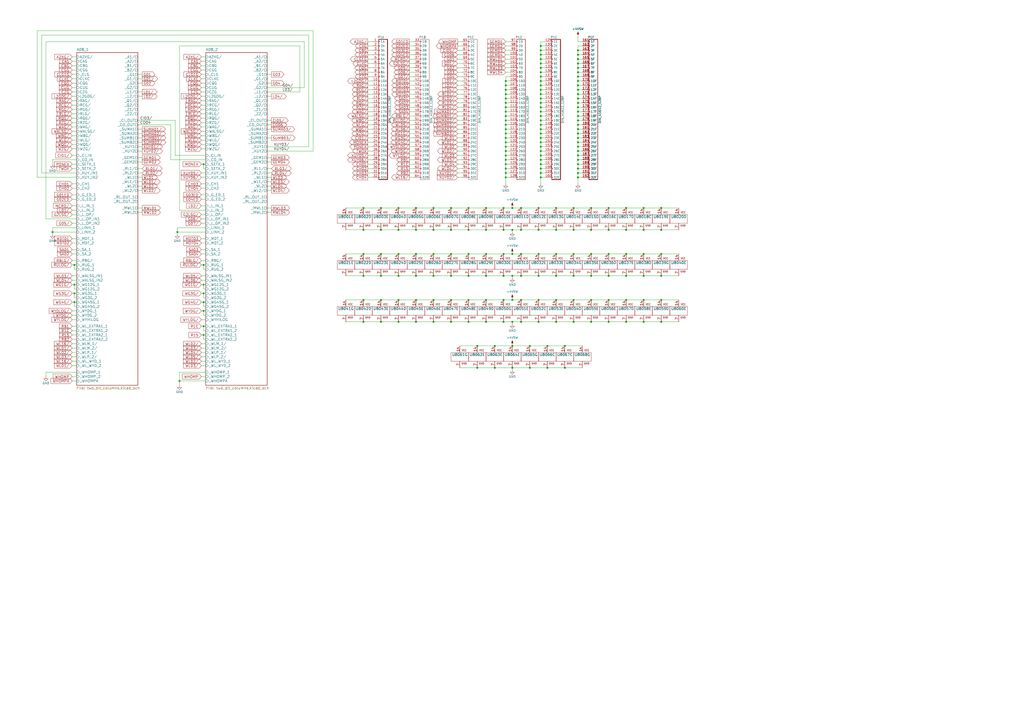
<source format=kicad_sch>
(kicad_sch (version 20211123) (generator eeschema)
  (paper "A2")
  (junction (at 241.3 120.65))
  (junction (at 293.37 72.39))
  (junction (at 383.54 186.69))
  (junction (at 313.69 39.37))
  (junction (at 220.98 173.99))
  (junction (at 293.37 52.07))
  (junction (at 322.58 173.99))
  (junction (at 293.37 57.15))
  (junction (at 335.28 97.79))
  (junction (at 297.18 213.36))
  (junction (at 210.82 120.65))
  (junction (at 231.14 120.65))
  (junction (at 335.28 64.77))
  (junction (at 293.37 102.87))
  (junction (at 335.28 52.07))
  (junction (at 335.28 77.47))
  (junction (at 335.28 102.87))
  (junction (at 335.28 72.39))
  (junction (at 363.22 186.69))
  (junction (at 313.69 52.07))
  (junction (at 251.46 186.69))
  (junction (at 335.28 95.25))
  (junction (at 335.28 31.75))
  (junction (at 322.58 120.65))
  (junction (at 335.28 87.63))
  (junction (at 313.69 87.63))
  (junction (at 302.26 133.35))
  (junction (at 313.69 34.29))
  (junction (at 353.06 173.99))
  (junction (at 313.69 92.71))
  (junction (at 293.37 95.25))
  (junction (at 281.94 173.99))
  (junction (at 335.28 67.31))
  (junction (at 261.62 186.69))
  (junction (at 335.28 46.99))
  (junction (at 271.78 133.35))
  (junction (at 251.46 147.32))
  (junction (at 118.11 194.31))
  (junction (at 287.02 213.36))
  (junction (at 271.78 120.65))
  (junction (at 293.37 77.47))
  (junction (at 251.46 173.99))
  (junction (at 312.42 173.99))
  (junction (at 297.18 133.35))
  (junction (at 335.28 62.23))
  (junction (at 373.38 186.69))
  (junction (at 335.28 29.21))
  (junction (at 313.69 46.99))
  (junction (at 118.11 175.26))
  (junction (at 335.28 34.29))
  (junction (at 293.37 97.79))
  (junction (at 335.28 57.15))
  (junction (at 118.11 170.18))
  (junction (at 293.37 87.63))
  (junction (at 293.37 49.53))
  (junction (at 342.9 120.65))
  (junction (at 251.46 160.02))
  (junction (at 313.69 82.55))
  (junction (at 335.28 44.45))
  (junction (at 118.11 189.23))
  (junction (at 383.54 120.65))
  (junction (at 313.69 85.09))
  (junction (at 297.18 173.99))
  (junction (at 30.48 134.62))
  (junction (at 363.22 147.32))
  (junction (at 313.69 31.75))
  (junction (at 332.74 186.69))
  (junction (at 353.06 120.65))
  (junction (at 293.37 92.71))
  (junction (at 293.37 54.61))
  (junction (at 313.69 95.25))
  (junction (at 292.1 133.35))
  (junction (at 313.69 74.93))
  (junction (at 231.14 133.35))
  (junction (at 271.78 160.02))
  (junction (at 335.28 69.85))
  (junction (at 353.06 160.02))
  (junction (at 276.86 200.66))
  (junction (at 313.69 49.53))
  (junction (at 363.22 160.02))
  (junction (at 43.18 153.67))
  (junction (at 335.28 41.91))
  (junction (at 287.02 200.66))
  (junction (at 312.42 160.02))
  (junction (at 317.5 200.66))
  (junction (at 327.66 200.66))
  (junction (at 342.9 160.02))
  (junction (at 312.42 133.35))
  (junction (at 353.06 147.32))
  (junction (at 297.18 200.66))
  (junction (at 322.58 133.35))
  (junction (at 292.1 160.02))
  (junction (at 335.28 92.71))
  (junction (at 297.18 186.69))
  (junction (at 293.37 74.93))
  (junction (at 335.28 82.55))
  (junction (at 293.37 64.77))
  (junction (at 293.37 82.55))
  (junction (at 332.74 147.32))
  (junction (at 251.46 133.35))
  (junction (at 231.14 147.32))
  (junction (at 261.62 120.65))
  (junction (at 313.69 64.77))
  (junction (at 292.1 120.65))
  (junction (at 292.1 173.99))
  (junction (at 313.69 26.67))
  (junction (at 335.28 36.83))
  (junction (at 261.62 147.32))
  (junction (at 342.9 147.32))
  (junction (at 220.98 133.35))
  (junction (at 118.11 165.1))
  (junction (at 220.98 120.65))
  (junction (at 293.37 69.85))
  (junction (at 292.1 186.69))
  (junction (at 210.82 133.35))
  (junction (at 118.11 180.34))
  (junction (at 231.14 160.02))
  (junction (at 313.69 59.69))
  (junction (at 313.69 44.45))
  (junction (at 297.18 147.32))
  (junction (at 241.3 147.32))
  (junction (at 281.94 160.02))
  (junction (at 313.69 67.31))
  (junction (at 231.14 173.99))
  (junction (at 327.66 213.36))
  (junction (at 261.62 133.35))
  (junction (at 322.58 160.02))
  (junction (at 363.22 120.65))
  (junction (at 293.37 67.31))
  (junction (at 335.28 54.61))
  (junction (at 363.22 133.35))
  (junction (at 335.28 74.93))
  (junction (at 220.98 160.02))
  (junction (at 313.69 97.79))
  (junction (at 332.74 120.65))
  (junction (at 335.28 39.37))
  (junction (at 102.87 134.62))
  (junction (at 251.46 120.65))
  (junction (at 297.18 160.02))
  (junction (at 293.37 100.33))
  (junction (at 373.38 133.35))
  (junction (at 261.62 173.99))
  (junction (at 373.38 120.65))
  (junction (at 383.54 160.02))
  (junction (at 241.3 133.35))
  (junction (at 332.74 160.02))
  (junction (at 293.37 80.01))
  (junction (at 322.58 186.69))
  (junction (at 104.14 220.98))
  (junction (at 313.69 102.87))
  (junction (at 313.69 57.15))
  (junction (at 313.69 62.23))
  (junction (at 332.74 133.35))
  (junction (at 281.94 147.32))
  (junction (at 373.38 160.02))
  (junction (at 241.3 160.02))
  (junction (at 302.26 160.02))
  (junction (at 261.62 160.02))
  (junction (at 231.14 186.69))
  (junction (at 335.28 85.09))
  (junction (at 335.28 59.69))
  (junction (at 322.58 147.32))
  (junction (at 373.38 147.32))
  (junction (at 43.18 165.1))
  (junction (at 373.38 173.99))
  (junction (at 363.22 173.99))
  (junction (at 307.34 200.66))
  (junction (at 241.3 186.69))
  (junction (at 118.11 153.67))
  (junction (at 353.06 186.69))
  (junction (at 342.9 133.35))
  (junction (at 118.11 95.25))
  (junction (at 210.82 173.99))
  (junction (at 302.26 147.32))
  (junction (at 335.28 49.53))
  (junction (at 302.26 120.65))
  (junction (at 307.34 213.36))
  (junction (at 312.42 147.32))
  (junction (at 276.86 213.36))
  (junction (at 335.28 100.33))
  (junction (at 313.69 90.17))
  (junction (at 220.98 147.32))
  (junction (at 317.5 213.36))
  (junction (at 293.37 62.23))
  (junction (at 383.54 147.32))
  (junction (at 210.82 160.02))
  (junction (at 313.69 41.91))
  (junction (at 293.37 85.09))
  (junction (at 281.94 120.65))
  (junction (at 293.37 46.99))
  (junction (at 210.82 147.32))
  (junction (at 332.74 173.99))
  (junction (at 313.69 72.39))
  (junction (at 312.42 186.69))
  (junction (at 297.18 120.65))
  (junction (at 313.69 36.83))
  (junction (at 313.69 69.85))
  (junction (at 281.94 186.69))
  (junction (at 313.69 29.21))
  (junction (at 313.69 54.61))
  (junction (at 271.78 147.32))
  (junction (at 353.06 133.35))
  (junction (at 335.28 80.01))
  (junction (at 313.69 80.01))
  (junction (at 342.9 186.69))
  (junction (at 293.37 90.17))
  (junction (at 342.9 173.99))
  (junction (at 292.1 147.32))
  (junction (at 241.3 173.99))
  (junction (at 313.69 77.47))
  (junction (at 302.26 186.69))
  (junction (at 210.82 186.69))
  (junction (at 335.28 90.17))
  (junction (at 43.18 170.18))
  (junction (at 383.54 133.35))
  (junction (at 281.94 133.35))
  (junction (at 383.54 173.99))
  (junction (at 312.42 120.65))
  (junction (at 43.18 175.26))
  (junction (at 293.37 59.69))
  (junction (at 313.69 100.33))
  (junction (at 220.98 186.69))
  (junction (at 271.78 186.69))
  (junction (at 271.78 173.99))
  (junction (at 302.26 173.99))
  (wire (pts (xy 215.9 62.23) (xy 213.36 62.23)))
  (wire (pts (xy 240.03 44.45) (xy 237.49 44.45)))
  (wire (pts (xy 44.45 185.42) (xy 41.91 185.42)))
  (wire (pts (xy 267.97 80.01) (xy 265.43 80.01)))
  (wire (pts (xy 335.28 34.29) (xy 337.82 34.29)))
  (wire (pts (xy 261.62 160.02) (xy 271.78 160.02)))
  (wire (pts (xy 231.14 173.99) (xy 241.3 173.99)))
  (wire (pts (xy 267.97 41.91) (xy 265.43 41.91)))
  (wire (pts (xy 267.97 49.53) (xy 265.43 49.53)))
  (wire (pts (xy 267.97 36.83) (xy 265.43 36.83)))
  (wire (pts (xy 176.53 24.13) (xy 26.67 24.13)))
  (wire (pts (xy 293.37 87.63) (xy 293.37 90.17)))
  (wire (pts (xy 267.97 34.29) (xy 265.43 34.29)))
  (wire (pts (xy 267.97 72.39) (xy 265.43 72.39)))
  (wire (pts (xy 335.28 95.25) (xy 335.28 97.79)))
  (wire (pts (xy 118.11 194.31) (xy 119.38 194.31)))
  (wire (pts (xy 363.22 173.99) (xy 373.38 173.99)))
  (wire (pts (xy 44.45 140.97) (xy 41.91 140.97)))
  (wire (pts (xy 335.28 54.61) (xy 337.82 54.61)))
  (wire (pts (xy 116.84 95.25) (xy 118.11 95.25)))
  (wire (pts (xy 231.14 147.32) (xy 241.3 147.32)))
  (wire (pts (xy 335.28 74.93) (xy 335.28 77.47)))
  (wire (pts (xy 293.37 59.69) (xy 295.91 59.69)))
  (wire (pts (xy 231.14 186.69) (xy 241.3 186.69)))
  (wire (pts (xy 335.28 29.21) (xy 335.28 31.75)))
  (wire (pts (xy 327.66 200.66) (xy 337.82 200.66)))
  (wire (pts (xy 335.28 64.77) (xy 337.82 64.77)))
  (wire (pts (xy 342.9 160.02) (xy 353.06 160.02)))
  (wire (pts (xy 292.1 160.02) (xy 297.18 160.02)))
  (wire (pts (xy 327.66 213.36) (xy 337.82 213.36)))
  (wire (pts (xy 215.9 97.79) (xy 213.36 97.79)))
  (wire (pts (xy 297.18 133.35) (xy 297.18 134.62)))
  (wire (pts (xy 267.97 100.33) (xy 265.43 100.33)))
  (wire (pts (xy 312.42 173.99) (xy 322.58 173.99)))
  (wire (pts (xy 44.45 55.88) (xy 41.91 55.88)))
  (wire (pts (xy 215.9 72.39) (xy 213.36 72.39)))
  (wire (pts (xy 342.9 173.99) (xy 353.06 173.99)))
  (wire (pts (xy 44.45 109.22) (xy 41.91 109.22)))
  (wire (pts (xy 44.45 147.32) (xy 41.91 147.32)))
  (wire (pts (xy 271.78 160.02) (xy 281.94 160.02)))
  (wire (pts (xy 313.69 64.77) (xy 313.69 67.31)))
  (wire (pts (xy 119.38 68.58) (xy 116.84 68.58)))
  (wire (pts (xy 102.87 132.08) (xy 102.87 134.62)))
  (wire (pts (xy 313.69 90.17) (xy 313.69 92.71)))
  (wire (pts (xy 313.69 52.07) (xy 313.69 54.61)))
  (wire (pts (xy 154.94 107.95) (xy 157.48 107.95)))
  (wire (pts (xy 231.14 120.65) (xy 241.3 120.65)))
  (wire (pts (xy 313.69 80.01) (xy 316.23 80.01)))
  (wire (pts (xy 313.69 54.61) (xy 313.69 57.15)))
  (wire (pts (xy 154.94 123.19) (xy 157.48 123.19)))
  (wire (pts (xy 119.38 209.55) (xy 116.84 209.55)))
  (wire (pts (xy 215.9 85.09) (xy 213.36 85.09)))
  (wire (pts (xy 297.18 146.05) (xy 297.18 147.32)))
  (wire (pts (xy 335.28 67.31) (xy 337.82 67.31)))
  (wire (pts (xy 80.01 105.41) (xy 82.55 105.41)))
  (wire (pts (xy 335.28 36.83) (xy 335.28 39.37)))
  (wire (pts (xy 240.03 92.71) (xy 237.49 92.71)))
  (wire (pts (xy 293.37 64.77) (xy 293.37 67.31)))
  (wire (pts (xy 313.69 54.61) (xy 316.23 54.61)))
  (wire (pts (xy 312.42 133.35) (xy 322.58 133.35)))
  (wire (pts (xy 154.94 93.98) (xy 157.48 93.98)))
  (wire (pts (xy 24.13 20.32) (xy 24.13 100.33)))
  (wire (pts (xy 220.98 160.02) (xy 231.14 160.02)))
  (wire (pts (xy 43.18 170.18) (xy 44.45 170.18)))
  (wire (pts (xy 80.01 43.18) (xy 82.55 43.18)))
  (wire (pts (xy 353.06 186.69) (xy 363.22 186.69)))
  (wire (pts (xy 383.54 173.99) (xy 393.7 173.99)))
  (wire (pts (xy 335.28 41.91) (xy 337.82 41.91)))
  (wire (pts (xy 80.01 69.85) (xy 101.6 69.85)))
  (wire (pts (xy 181.61 17.78) (xy 21.59 17.78)))
  (wire (pts (xy 215.9 64.77) (xy 213.36 64.77)))
  (wire (pts (xy 293.37 85.09) (xy 293.37 87.63)))
  (wire (pts (xy 267.97 39.37) (xy 265.43 39.37)))
  (wire (pts (xy 293.37 72.39) (xy 295.91 72.39)))
  (wire (pts (xy 313.69 36.83) (xy 313.69 39.37)))
  (wire (pts (xy 293.37 57.15) (xy 295.91 57.15)))
  (wire (pts (xy 119.38 201.93) (xy 116.84 201.93)))
  (wire (pts (xy 215.9 39.37) (xy 213.36 39.37)))
  (wire (pts (xy 200.66 160.02) (xy 210.82 160.02)))
  (wire (pts (xy 241.3 186.69) (xy 251.46 186.69)))
  (wire (pts (xy 313.69 69.85) (xy 316.23 69.85)))
  (wire (pts (xy 118.11 189.23) (xy 119.38 189.23)))
  (wire (pts (xy 313.69 64.77) (xy 316.23 64.77)))
  (wire (pts (xy 335.28 100.33) (xy 335.28 102.87)))
  (wire (pts (xy 104.14 215.9) (xy 119.38 215.9)))
  (wire (pts (xy 307.34 200.66) (xy 317.5 200.66)))
  (wire (pts (xy 119.38 48.26) (xy 116.84 48.26)))
  (wire (pts (xy 293.37 82.55) (xy 293.37 85.09)))
  (wire (pts (xy 154.94 74.93) (xy 157.48 74.93)))
  (wire (pts (xy 295.91 39.37) (xy 293.37 39.37)))
  (wire (pts (xy 116.84 153.67) (xy 118.11 153.67)))
  (wire (pts (xy 383.54 120.65) (xy 393.7 120.65)))
  (wire (pts (xy 313.69 67.31) (xy 316.23 67.31)))
  (wire (pts (xy 297.18 160.02) (xy 297.18 161.29)))
  (wire (pts (xy 154.94 85.09) (xy 179.07 85.09)))
  (wire (pts (xy 335.28 62.23) (xy 335.28 64.77)))
  (wire (pts (xy 213.36 82.55) (xy 215.9 82.55)))
  (wire (pts (xy 119.38 109.22) (xy 116.84 109.22)))
  (wire (pts (xy 316.23 24.13) (xy 313.69 24.13)))
  (wire (pts (xy 44.45 58.42) (xy 41.91 58.42)))
  (wire (pts (xy 119.38 140.97) (xy 116.84 140.97)))
  (wire (pts (xy 313.69 72.39) (xy 316.23 72.39)))
  (wire (pts (xy 335.28 52.07) (xy 337.82 52.07)))
  (wire (pts (xy 119.38 144.78) (xy 116.84 144.78)))
  (wire (pts (xy 335.28 92.71) (xy 335.28 95.25)))
  (wire (pts (xy 26.67 215.9) (xy 26.67 218.44)))
  (wire (pts (xy 293.37 44.45) (xy 295.91 44.45)))
  (wire (pts (xy 293.37 97.79) (xy 295.91 97.79)))
  (wire (pts (xy 116.84 194.31) (xy 118.11 194.31)))
  (wire (pts (xy 119.38 81.28) (xy 116.84 81.28)))
  (wire (pts (xy 261.62 120.65) (xy 271.78 120.65)))
  (wire (pts (xy 335.28 41.91) (xy 335.28 44.45)))
  (wire (pts (xy 119.38 33.02) (xy 116.84 33.02)))
  (wire (pts (xy 118.11 165.1) (xy 118.11 167.64)))
  (wire (pts (xy 118.11 170.18) (xy 119.38 170.18)))
  (wire (pts (xy 363.22 133.35) (xy 373.38 133.35)))
  (wire (pts (xy 267.97 26.67) (xy 265.43 26.67)))
  (wire (pts (xy 116.84 189.23) (xy 118.11 189.23)))
  (wire (pts (xy 44.45 113.03) (xy 41.91 113.03)))
  (wire (pts (xy 43.18 156.21) (xy 44.45 156.21)))
  (wire (pts (xy 313.69 102.87) (xy 313.69 106.68)))
  (wire (pts (xy 313.69 92.71) (xy 316.23 92.71)))
  (wire (pts (xy 332.74 147.32) (xy 342.9 147.32)))
  (wire (pts (xy 44.45 40.64) (xy 41.91 40.64)))
  (wire (pts (xy 335.28 46.99) (xy 337.82 46.99)))
  (wire (pts (xy 44.45 220.98) (xy 41.91 220.98)))
  (wire (pts (xy 281.94 186.69) (xy 292.1 186.69)))
  (wire (pts (xy 261.62 186.69) (xy 271.78 186.69)))
  (wire (pts (xy 44.45 97.79) (xy 41.91 97.79)))
  (wire (pts (xy 215.9 67.31) (xy 213.36 67.31)))
  (wire (pts (xy 80.01 53.34) (xy 82.55 53.34)))
  (wire (pts (xy 200.66 147.32) (xy 210.82 147.32)))
  (wire (pts (xy 322.58 147.32) (xy 332.74 147.32)))
  (wire (pts (xy 119.38 207.01) (xy 116.84 207.01)))
  (wire (pts (xy 261.62 173.99) (xy 271.78 173.99)))
  (wire (pts (xy 240.03 26.67) (xy 237.49 26.67)))
  (wire (pts (xy 266.7 213.36) (xy 276.86 213.36)))
  (wire (pts (xy 295.91 31.75) (xy 293.37 31.75)))
  (wire (pts (xy 240.03 36.83) (xy 237.49 36.83)))
  (wire (pts (xy 210.82 186.69) (xy 220.98 186.69)))
  (wire (pts (xy 240.03 41.91) (xy 237.49 41.91)))
  (wire (pts (xy 295.91 26.67) (xy 293.37 26.67)))
  (wire (pts (xy 240.03 85.09) (xy 237.49 85.09)))
  (wire (pts (xy 44.45 212.09) (xy 41.91 212.09)))
  (wire (pts (xy 313.69 41.91) (xy 313.69 44.45)))
  (wire (pts (xy 383.54 147.32) (xy 393.7 147.32)))
  (wire (pts (xy 293.37 59.69) (xy 293.37 62.23)))
  (wire (pts (xy 353.06 173.99) (xy 363.22 173.99)))
  (wire (pts (xy 231.14 160.02) (xy 241.3 160.02)))
  (wire (pts (xy 292.1 186.69) (xy 297.18 186.69)))
  (wire (pts (xy 335.28 77.47) (xy 337.82 77.47)))
  (wire (pts (xy 44.45 182.88) (xy 41.91 182.88)))
  (wire (pts (xy 215.9 26.67) (xy 213.36 26.67)))
  (wire (pts (xy 118.11 180.34) (xy 119.38 180.34)))
  (wire (pts (xy 210.82 173.99) (xy 220.98 173.99)))
  (wire (pts (xy 44.45 78.74) (xy 41.91 78.74)))
  (wire (pts (xy 43.18 165.1) (xy 44.45 165.1)))
  (wire (pts (xy 293.37 62.23) (xy 295.91 62.23)))
  (wire (pts (xy 335.28 85.09) (xy 335.28 87.63)))
  (wire (pts (xy 43.18 175.26) (xy 44.45 175.26)))
  (wire (pts (xy 267.97 54.61) (xy 265.43 54.61)))
  (wire (pts (xy 116.84 180.34) (xy 118.11 180.34)))
  (wire (pts (xy 267.97 59.69) (xy 265.43 59.69)))
  (wire (pts (xy 44.45 132.08) (xy 30.48 132.08)))
  (wire (pts (xy 313.69 85.09) (xy 316.23 85.09)))
  (wire (pts (xy 373.38 147.32) (xy 383.54 147.32)))
  (wire (pts (xy 215.9 24.13) (xy 213.36 24.13)))
  (wire (pts (xy 295.91 34.29) (xy 293.37 34.29)))
  (wire (pts (xy 292.1 120.65) (xy 297.18 120.65)))
  (wire (pts (xy 373.38 133.35) (xy 383.54 133.35)))
  (wire (pts (xy 342.9 186.69) (xy 353.06 186.69)))
  (wire (pts (xy 337.82 29.21) (xy 335.28 29.21)))
  (wire (pts (xy 293.37 97.79) (xy 293.37 100.33)))
  (wire (pts (xy 99.06 72.39) (xy 99.06 92.71)))
  (wire (pts (xy 293.37 69.85) (xy 293.37 72.39)))
  (wire (pts (xy 293.37 77.47) (xy 293.37 80.01)))
  (wire (pts (xy 240.03 24.13) (xy 237.49 24.13)))
  (wire (pts (xy 101.6 69.85) (xy 101.6 90.17)))
  (wire (pts (xy 44.45 83.82) (xy 41.91 83.82)))
  (wire (pts (xy 154.94 100.33) (xy 157.48 100.33)))
  (wire (pts (xy 80.01 87.63) (xy 82.55 87.63)))
  (wire (pts (xy 302.26 186.69) (xy 312.42 186.69)))
  (wire (pts (xy 80.01 102.87) (xy 82.55 102.87)))
  (wire (pts (xy 80.01 100.33) (xy 82.55 100.33)))
  (wire (pts (xy 119.38 53.34) (xy 116.84 53.34)))
  (wire (pts (xy 210.82 160.02) (xy 220.98 160.02)))
  (wire (pts (xy 267.97 67.31) (xy 265.43 67.31)))
  (wire (pts (xy 215.9 49.53) (xy 213.36 49.53)))
  (wire (pts (xy 335.28 64.77) (xy 335.28 67.31)))
  (wire (pts (xy 119.38 55.88) (xy 116.84 55.88)))
  (wire (pts (xy 293.37 74.93) (xy 293.37 77.47)))
  (wire (pts (xy 293.37 54.61) (xy 293.37 57.15)))
  (wire (pts (xy 215.9 95.25) (xy 213.36 95.25)))
  (wire (pts (xy 119.38 147.32) (xy 116.84 147.32)))
  (wire (pts (xy 44.45 151.13) (xy 41.91 151.13)))
  (wire (pts (xy 240.03 49.53) (xy 237.49 49.53)))
  (wire (pts (xy 215.9 87.63) (xy 213.36 87.63)))
  (wire (pts (xy 335.28 102.87) (xy 335.28 106.68)))
  (wire (pts (xy 313.69 24.13) (xy 313.69 26.67)))
  (wire (pts (xy 44.45 162.56) (xy 41.91 162.56)))
  (wire (pts (xy 335.28 36.83) (xy 337.82 36.83)))
  (wire (pts (xy 41.91 175.26) (xy 43.18 175.26)))
  (wire (pts (xy 241.3 173.99) (xy 251.46 173.99)))
  (wire (pts (xy 251.46 147.32) (xy 261.62 147.32)))
  (wire (pts (xy 240.03 31.75) (xy 237.49 31.75)))
  (wire (pts (xy 118.11 170.18) (xy 118.11 172.72)))
  (wire (pts (xy 295.91 24.13) (xy 293.37 24.13)))
  (wire (pts (xy 119.38 162.56) (xy 116.84 162.56)))
  (wire (pts (xy 293.37 77.47) (xy 295.91 77.47)))
  (wire (pts (xy 267.97 64.77) (xy 265.43 64.77)))
  (wire (pts (xy 251.46 133.35) (xy 261.62 133.35)))
  (wire (pts (xy 240.03 59.69) (xy 237.49 59.69)))
  (wire (pts (xy 80.01 55.88) (xy 82.55 55.88)))
  (wire (pts (xy 261.62 147.32) (xy 271.78 147.32)))
  (wire (pts (xy 281.94 120.65) (xy 292.1 120.65)))
  (wire (pts (xy 267.97 97.79) (xy 265.43 97.79)))
  (wire (pts (xy 241.3 120.65) (xy 251.46 120.65)))
  (wire (pts (xy 119.38 106.68) (xy 116.84 106.68)))
  (wire (pts (xy 335.28 62.23) (xy 337.82 62.23)))
  (wire (pts (xy 119.38 134.62) (xy 102.87 134.62)))
  (wire (pts (xy 210.82 120.65) (xy 220.98 120.65)))
  (wire (pts (xy 293.37 49.53) (xy 293.37 52.07)))
  (wire (pts (xy 44.45 43.18) (xy 41.91 43.18)))
  (wire (pts (xy 335.28 44.45) (xy 337.82 44.45)))
  (wire (pts (xy 154.94 87.63) (xy 181.61 87.63)))
  (wire (pts (xy 240.03 72.39) (xy 237.49 72.39)))
  (wire (pts (xy 44.45 50.8) (xy 41.91 50.8)))
  (wire (pts (xy 44.45 129.54) (xy 41.91 129.54)))
  (wire (pts (xy 118.11 156.21) (xy 119.38 156.21)))
  (wire (pts (xy 200.66 173.99) (xy 210.82 173.99)))
  (wire (pts (xy 118.11 180.34) (xy 118.11 182.88)))
  (wire (pts (xy 313.69 62.23) (xy 316.23 62.23)))
  (wire (pts (xy 116.84 165.1) (xy 118.11 165.1)))
  (wire (pts (xy 240.03 57.15) (xy 237.49 57.15)))
  (wire (pts (xy 44.45 124.46) (xy 41.91 124.46)))
  (wire (pts (xy 119.38 76.2) (xy 116.84 76.2)))
  (wire (pts (xy 118.11 177.8) (xy 119.38 177.8)))
  (wire (pts (xy 44.45 76.2) (xy 41.91 76.2)))
  (wire (pts (xy 220.98 133.35) (xy 231.14 133.35)))
  (wire (pts (xy 80.01 120.65) (xy 82.55 120.65)))
  (wire (pts (xy 293.37 72.39) (xy 293.37 74.93)))
  (wire (pts (xy 200.66 133.35) (xy 210.82 133.35)))
  (wire (pts (xy 335.28 49.53) (xy 337.82 49.53)))
  (wire (pts (xy 293.37 64.77) (xy 295.91 64.77)))
  (wire (pts (xy 293.37 90.17) (xy 293.37 92.71)))
  (wire (pts (xy 267.97 24.13) (xy 265.43 24.13)))
  (wire (pts (xy 44.45 209.55) (xy 41.91 209.55)))
  (wire (pts (xy 335.28 92.71) (xy 337.82 92.71)))
  (wire (pts (xy 335.28 59.69) (xy 335.28 62.23)))
  (wire (pts (xy 267.97 90.17) (xy 265.43 90.17)))
  (wire (pts (xy 119.38 113.03) (xy 116.84 113.03)))
  (wire (pts (xy 293.37 92.71) (xy 293.37 95.25)))
  (wire (pts (xy 44.45 201.93) (xy 41.91 201.93)))
  (wire (pts (xy 154.94 80.01) (xy 157.48 80.01)))
  (wire (pts (xy 118.11 153.67) (xy 119.38 153.67)))
  (wire (pts (xy 261.62 133.35) (xy 271.78 133.35)))
  (wire (pts (xy 313.69 100.33) (xy 313.69 102.87)))
  (wire (pts (xy 293.37 74.93) (xy 295.91 74.93)))
  (wire (pts (xy 312.42 147.32) (xy 322.58 147.32)))
  (wire (pts (xy 322.58 133.35) (xy 332.74 133.35)))
  (wire (pts (xy 251.46 120.65) (xy 261.62 120.65)))
  (wire (pts (xy 335.28 26.67) (xy 335.28 29.21)))
  (wire (pts (xy 119.38 38.1) (xy 116.84 38.1)))
  (wire (pts (xy 281.94 160.02) (xy 292.1 160.02)))
  (wire (pts (xy 313.69 102.87) (xy 316.23 102.87)))
  (wire (pts (xy 176.53 50.8) (xy 176.53 24.13)))
  (wire (pts (xy 313.69 87.63) (xy 313.69 90.17)))
  (wire (pts (xy 373.38 160.02) (xy 383.54 160.02)))
  (wire (pts (xy 119.38 83.82) (xy 116.84 83.82)))
  (wire (pts (xy 44.45 207.01) (xy 41.91 207.01)))
  (wire (pts (xy 313.69 39.37) (xy 316.23 39.37)))
  (wire (pts (xy 302.26 133.35) (xy 312.42 133.35)))
  (wire (pts (xy 220.98 173.99) (xy 231.14 173.99)))
  (wire (pts (xy 335.28 102.87) (xy 337.82 102.87)))
  (wire (pts (xy 119.38 63.5) (xy 116.84 63.5)))
  (wire (pts (xy 295.91 29.21) (xy 293.37 29.21)))
  (wire (pts (xy 44.45 90.17) (xy 41.91 90.17)))
  (wire (pts (xy 297.18 172.72) (xy 297.18 173.99)))
  (wire (pts (xy 293.37 57.15) (xy 293.37 59.69)))
  (wire (pts (xy 313.69 62.23) (xy 313.69 64.77)))
  (wire (pts (xy 383.54 133.35) (xy 393.7 133.35)))
  (wire (pts (xy 104.14 26.67) (xy 104.14 121.92)))
  (wire (pts (xy 297.18 120.65) (xy 302.26 120.65)))
  (wire (pts (xy 179.07 85.09) (xy 179.07 20.32)))
  (wire (pts (xy 335.28 49.53) (xy 335.28 52.07)))
  (wire (pts (xy 241.3 160.02) (xy 251.46 160.02)))
  (wire (pts (xy 313.69 92.71) (xy 313.69 95.25)))
  (wire (pts (xy 313.69 85.09) (xy 313.69 87.63)))
  (wire (pts (xy 215.9 29.21) (xy 213.36 29.21)))
  (wire (pts (xy 26.67 24.13) (xy 26.67 127)))
  (wire (pts (xy 313.69 74.93) (xy 316.23 74.93)))
  (wire (pts (xy 295.91 41.91) (xy 293.37 41.91)))
  (wire (pts (xy 154.94 102.87) (xy 157.48 102.87)))
  (wire (pts (xy 102.87 134.62) (xy 102.87 135.89)))
  (wire (pts (xy 118.11 191.77) (xy 118.11 189.23)))
  (wire (pts (xy 43.18 153.67) (xy 43.18 156.21)))
  (wire (pts (xy 293.37 49.53) (xy 295.91 49.53)))
  (wire (pts (xy 293.37 95.25) (xy 293.37 97.79)))
  (wire (pts (xy 271.78 133.35) (xy 281.94 133.35)))
  (wire (pts (xy 313.69 26.67) (xy 313.69 29.21)))
  (wire (pts (xy 292.1 173.99) (xy 297.18 173.99)))
  (wire (pts (xy 240.03 64.77) (xy 237.49 64.77)))
  (wire (pts (xy 266.7 200.66) (xy 276.86 200.66)))
  (wire (pts (xy 292.1 133.35) (xy 297.18 133.35)))
  (wire (pts (xy 313.69 49.53) (xy 313.69 52.07)))
  (wire (pts (xy 119.38 73.66) (xy 116.84 73.66)))
  (wire (pts (xy 335.28 31.75) (xy 335.28 34.29)))
  (wire (pts (xy 44.45 63.5) (xy 41.91 63.5)))
  (wire (pts (xy 335.28 69.85) (xy 337.82 69.85)))
  (wire (pts (xy 215.9 57.15) (xy 213.36 57.15)))
  (wire (pts (xy 119.38 71.12) (xy 116.84 71.12)))
  (wire (pts (xy 293.37 62.23) (xy 293.37 64.77)))
  (wire (pts (xy 353.06 133.35) (xy 363.22 133.35)))
  (wire (pts (xy 313.69 46.99) (xy 316.23 46.99)))
  (wire (pts (xy 267.97 57.15) (xy 265.43 57.15)))
  (wire (pts (xy 44.45 144.78) (xy 41.91 144.78)))
  (wire (pts (xy 237.49 82.55) (xy 240.03 82.55)))
  (wire (pts (xy 119.38 78.74) (xy 116.84 78.74)))
  (wire (pts (xy 276.86 200.66) (xy 287.02 200.66)))
  (wire (pts (xy 43.18 177.8) (xy 44.45 177.8)))
  (wire (pts (xy 119.38 119.38) (xy 116.84 119.38)))
  (wire (pts (xy 313.69 97.79) (xy 313.69 100.33)))
  (wire (pts (xy 293.37 92.71) (xy 295.91 92.71)))
  (wire (pts (xy 313.69 34.29) (xy 313.69 36.83)))
  (wire (pts (xy 293.37 67.31) (xy 293.37 69.85)))
  (wire (pts (xy 215.9 74.93) (xy 213.36 74.93)))
  (wire (pts (xy 313.69 77.47) (xy 316.23 77.47)))
  (wire (pts (xy 267.97 44.45) (xy 265.43 44.45)))
  (wire (pts (xy 154.94 105.41) (xy 157.48 105.41)))
  (wire (pts (xy 313.69 69.85) (xy 313.69 72.39)))
  (wire (pts (xy 154.94 48.26) (xy 157.48 48.26)))
  (wire (pts (xy 313.69 31.75) (xy 313.69 34.29)))
  (wire (pts (xy 271.78 186.69) (xy 281.94 186.69)))
  (wire (pts (xy 287.02 200.66) (xy 297.18 200.66)))
  (wire (pts (xy 119.38 160.02) (xy 116.84 160.02)))
  (wire (pts (xy 44.45 138.43) (xy 41.91 138.43)))
  (wire (pts (xy 44.45 204.47) (xy 41.91 204.47)))
  (wire (pts (xy 353.06 147.32) (xy 363.22 147.32)))
  (wire (pts (xy 292.1 147.32) (xy 297.18 147.32)))
  (wire (pts (xy 383.54 186.69) (xy 393.7 186.69)))
  (wire (pts (xy 24.13 100.33) (xy 44.45 100.33)))
  (wire (pts (xy 240.03 34.29) (xy 237.49 34.29)))
  (wire (pts (xy 271.78 173.99) (xy 281.94 173.99)))
  (wire (pts (xy 119.38 35.56) (xy 116.84 35.56)))
  (wire (pts (xy 215.9 41.91) (xy 213.36 41.91)))
  (wire (pts (xy 80.01 72.39) (xy 99.06 72.39)))
  (wire (pts (xy 293.37 102.87) (xy 295.91 102.87)))
  (wire (pts (xy 297.18 133.35) (xy 302.26 133.35)))
  (wire (pts (xy 43.18 170.18) (xy 43.18 172.72)))
  (wire (pts (xy 293.37 102.87) (xy 293.37 106.68)))
  (wire (pts (xy 80.01 80.01) (xy 82.55 80.01)))
  (wire (pts (xy 267.97 87.63) (xy 265.43 87.63)))
  (wire (pts (xy 26.67 127) (xy 44.45 127)))
  (wire (pts (xy 313.69 80.01) (xy 313.69 82.55)))
  (wire (pts (xy 267.97 52.07) (xy 265.43 52.07)))
  (wire (pts (xy 104.14 121.92) (xy 119.38 121.92)))
  (wire (pts (xy 332.74 160.02) (xy 342.9 160.02)))
  (wire (pts (xy 313.69 95.25) (xy 316.23 95.25)))
  (wire (pts (xy 332.74 133.35) (xy 342.9 133.35)))
  (wire (pts (xy 119.38 124.46) (xy 116.84 124.46)))
  (wire (pts (xy 44.45 35.56) (xy 41.91 35.56)))
  (wire (pts (xy 267.97 62.23) (xy 265.43 62.23)))
  (wire (pts (xy 335.28 74.93) (xy 337.82 74.93)))
  (wire (pts (xy 99.06 92.71) (xy 119.38 92.71)))
  (wire (pts (xy 317.5 213.36) (xy 327.66 213.36)))
  (wire (pts (xy 335.28 77.47) (xy 335.28 80.01)))
  (wire (pts (xy 297.18 186.69) (xy 297.18 187.96)))
  (wire (pts (xy 44.45 71.12) (xy 41.91 71.12)))
  (wire (pts (xy 44.45 189.23) (xy 41.91 189.23)))
  (wire (pts (xy 293.37 44.45) (xy 293.37 46.99)))
  (wire (pts (xy 342.9 133.35) (xy 353.06 133.35)))
  (wire (pts (xy 313.69 44.45) (xy 313.69 46.99)))
  (wire (pts (xy 293.37 100.33) (xy 293.37 102.87)))
  (wire (pts (xy 335.28 80.01) (xy 335.28 82.55)))
  (wire (pts (xy 240.03 74.93) (xy 237.49 74.93)))
  (wire (pts (xy 313.69 67.31) (xy 313.69 69.85)))
  (wire (pts (xy 335.28 95.25) (xy 337.82 95.25)))
  (wire (pts (xy 335.28 24.13) (xy 335.28 20.32)))
  (wire (pts (xy 44.45 199.39) (xy 41.91 199.39)))
  (wire (pts (xy 215.9 54.61) (xy 213.36 54.61)))
  (wire (pts (xy 313.69 97.79) (xy 316.23 97.79)))
  (wire (pts (xy 44.45 191.77) (xy 41.91 191.77)))
  (wire (pts (xy 335.28 67.31) (xy 335.28 69.85)))
  (wire (pts (xy 240.03 29.21) (xy 237.49 29.21)))
  (wire (pts (xy 154.94 97.79) (xy 157.48 97.79)))
  (wire (pts (xy 322.58 186.69) (xy 332.74 186.69)))
  (wire (pts (xy 281.94 147.32) (xy 292.1 147.32)))
  (wire (pts (xy 80.01 77.47) (xy 82.55 77.47)))
  (wire (pts (xy 332.74 186.69) (xy 342.9 186.69)))
  (wire (pts (xy 44.45 160.02) (xy 41.91 160.02)))
  (wire (pts (xy 335.28 54.61) (xy 335.28 57.15)))
  (wire (pts (xy 210.82 147.32) (xy 220.98 147.32)))
  (wire (pts (xy 44.45 119.38) (xy 41.91 119.38)))
  (wire (pts (xy 335.28 46.99) (xy 335.28 49.53)))
  (wire (pts (xy 215.9 59.69) (xy 213.36 59.69)))
  (wire (pts (xy 297.18 200.66) (xy 307.34 200.66)))
  (wire (pts (xy 118.11 95.25) (xy 119.38 95.25)))
  (wire (pts (xy 215.9 102.87) (xy 213.36 102.87)))
  (wire (pts (xy 281.94 133.35) (xy 292.1 133.35)))
  (wire (pts (xy 307.34 213.36) (xy 317.5 213.36)))
  (wire (pts (xy 154.94 120.65) (xy 157.48 120.65)))
  (wire (pts (xy 80.01 74.93) (xy 82.55 74.93)))
  (wire (pts (xy 312.42 160.02) (xy 322.58 160.02)))
  (wire (pts (xy 80.01 85.09) (xy 82.55 85.09)))
  (wire (pts (xy 119.38 204.47) (xy 116.84 204.47)))
  (wire (pts (xy 44.45 68.58) (xy 41.91 68.58)))
  (wire (pts (xy 104.14 220.98) (xy 104.14 223.52)))
  (wire (pts (xy 44.45 38.1) (xy 41.91 38.1)))
  (wire (pts (xy 332.74 120.65) (xy 342.9 120.65)))
  (wire (pts (xy 335.28 57.15) (xy 335.28 59.69)))
  (wire (pts (xy 335.28 31.75) (xy 337.82 31.75)))
  (wire (pts (xy 316.23 26.67) (xy 313.69 26.67)))
  (wire (pts (xy 44.45 92.71) (xy 30.48 92.71)))
  (wire (pts (xy 101.6 90.17) (xy 119.38 90.17)))
  (wire (pts (xy 313.69 29.21) (xy 313.69 31.75)))
  (wire (pts (xy 173.99 53.34) (xy 173.99 26.67)))
  (wire (pts (xy 119.38 185.42) (xy 116.84 185.42)))
  (wire (pts (xy 297.18 213.36) (xy 297.18 214.63)))
  (wire (pts (xy 313.69 77.47) (xy 313.69 80.01)))
  (wire (pts (xy 21.59 17.78) (xy 21.59 102.87)))
  (wire (pts (xy 293.37 100.33) (xy 295.91 100.33)))
  (wire (pts (xy 271.78 120.65) (xy 281.94 120.65)))
  (wire (pts (xy 154.94 43.18) (xy 157.48 43.18)))
  (wire (pts (xy 119.38 100.33) (xy 116.84 100.33)))
  (wire (pts (xy 80.01 82.55) (xy 82.55 82.55)))
  (wire (pts (xy 119.38 138.43) (xy 116.84 138.43)))
  (wire (pts (xy 313.69 29.21) (xy 316.23 29.21)))
  (wire (pts (xy 293.37 69.85) (xy 295.91 69.85)))
  (wire (pts (xy 267.97 102.87) (xy 265.43 102.87)))
  (wire (pts (xy 297.18 213.36) (xy 307.34 213.36)))
  (wire (pts (xy 220.98 147.32) (xy 231.14 147.32)))
  (wire (pts (xy 293.37 82.55) (xy 295.91 82.55)))
  (wire (pts (xy 383.54 160.02) (xy 393.7 160.02)))
  (wire (pts (xy 119.38 40.64) (xy 116.84 40.64)))
  (wire (pts (xy 119.38 45.72) (xy 116.84 45.72)))
  (wire (pts (xy 335.28 39.37) (xy 335.28 41.91)))
  (wire (pts (xy 215.9 52.07) (xy 213.36 52.07)))
  (wire (pts (xy 297.18 199.39) (xy 297.18 200.66)))
  (wire (pts (xy 335.28 57.15) (xy 337.82 57.15)))
  (wire (pts (xy 215.9 77.47) (xy 213.36 77.47)))
  (wire (pts (xy 251.46 160.02) (xy 261.62 160.02)))
  (wire (pts (xy 118.11 175.26) (xy 118.11 177.8)))
  (wire (pts (xy 44.45 134.62) (xy 30.48 134.62)))
  (wire (pts (xy 119.38 151.13) (xy 116.84 151.13)))
  (wire (pts (xy 313.69 46.99) (xy 313.69 49.53)))
  (wire (pts (xy 44.45 86.36) (xy 41.91 86.36)))
  (wire (pts (xy 335.28 39.37) (xy 337.82 39.37)))
  (wire (pts (xy 215.9 34.29) (xy 213.36 34.29)))
  (wire (pts (xy 154.94 53.34) (xy 173.99 53.34)))
  (wire (pts (xy 363.22 120.65) (xy 373.38 120.65)))
  (wire (pts (xy 119.38 50.8) (xy 116.84 50.8)))
  (wire (pts (xy 21.59 102.87) (xy 44.45 102.87)))
  (wire (pts (xy 119.38 218.44) (xy 116.84 218.44)))
  (wire (pts (xy 43.18 167.64) (xy 44.45 167.64)))
  (wire (pts (xy 322.58 120.65) (xy 332.74 120.65)))
  (wire (pts (xy 154.94 91.44) (xy 157.48 91.44)))
  (wire (pts (xy 241.3 133.35) (xy 251.46 133.35)))
  (wire (pts (xy 43.18 165.1) (xy 43.18 167.64)))
  (wire (pts (xy 240.03 54.61) (xy 237.49 54.61)))
  (wire (pts (xy 313.69 59.69) (xy 316.23 59.69)))
  (wire (pts (xy 119.38 220.98) (xy 104.14 220.98)))
  (wire (pts (xy 240.03 46.99) (xy 237.49 46.99)))
  (wire (pts (xy 293.37 80.01) (xy 295.91 80.01)))
  (wire (pts (xy 44.45 194.31) (xy 41.91 194.31)))
  (wire (pts (xy 44.45 180.34) (xy 41.91 180.34)))
  (wire (pts (xy 293.37 46.99) (xy 295.91 46.99)))
  (wire (pts (xy 335.28 87.63) (xy 335.28 90.17)))
  (wire (pts (xy 287.02 213.36) (xy 297.18 213.36)))
  (wire (pts (xy 30.48 132.08) (xy 30.48 134.62)))
  (wire (pts (xy 335.28 90.17) (xy 335.28 92.71)))
  (wire (pts (xy 317.5 200.66) (xy 327.66 200.66)))
  (wire (pts (xy 313.69 100.33) (xy 316.23 100.33)))
  (wire (pts (xy 335.28 82.55) (xy 335.28 85.09)))
  (wire (pts (xy 44.45 196.85) (xy 41.91 196.85)))
  (wire (pts (xy 313.69 95.25) (xy 313.69 97.79)))
  (wire (pts (xy 240.03 95.25) (xy 237.49 95.25)))
  (wire (pts (xy 313.69 59.69) (xy 313.69 62.23)))
  (wire (pts (xy 281.94 173.99) (xy 292.1 173.99)))
  (wire (pts (xy 119.38 132.08) (xy 102.87 132.08)))
  (wire (pts (xy 181.61 87.63) (xy 181.61 17.78)))
  (wire (pts (xy 119.38 115.57) (xy 116.84 115.57)))
  (wire (pts (xy 41.91 165.1) (xy 43.18 165.1)))
  (wire (pts (xy 116.84 175.26) (xy 118.11 175.26)))
  (wire (pts (xy 293.37 52.07) (xy 295.91 52.07)))
  (wire (pts (xy 119.38 196.85) (xy 118.11 196.85)))
  (wire (pts (xy 80.01 123.19) (xy 82.55 123.19)))
  (wire (pts (xy 335.28 97.79) (xy 335.28 100.33)))
  (wire (pts (xy 293.37 67.31) (xy 295.91 67.31)))
  (wire (pts (xy 154.94 55.88) (xy 157.48 55.88)))
  (wire (pts (xy 215.9 69.85) (xy 213.36 69.85)))
  (wire (pts (xy 118.11 167.64) (xy 119.38 167.64)))
  (wire (pts (xy 293.37 85.09) (xy 295.91 85.09)))
  (wire (pts (xy 335.28 90.17) (xy 337.82 90.17)))
  (wire (pts (xy 267.97 82.55) (xy 265.43 82.55)))
  (wire (pts (xy 44.45 48.26) (xy 41.91 48.26)))
  (wire (pts (xy 353.06 120.65) (xy 363.22 120.65)))
  (wire (pts (xy 43.18 175.26) (xy 43.18 177.8)))
  (wire (pts (xy 335.28 52.07) (xy 335.28 54.61)))
  (wire (pts (xy 240.03 87.63) (xy 237.49 87.63)))
  (wire (pts (xy 313.69 34.29) (xy 316.23 34.29)))
  (wire (pts (xy 200.66 186.69) (xy 210.82 186.69)))
  (wire (pts (xy 80.01 93.98) (xy 82.55 93.98)))
  (wire (pts (xy 119.38 199.39) (xy 116.84 199.39)))
  (wire (pts (xy 295.91 36.83) (xy 293.37 36.83)))
  (wire (pts (xy 335.28 85.09) (xy 337.82 85.09)))
  (wire (pts (xy 240.03 52.07) (xy 237.49 52.07)))
  (wire (pts (xy 241.3 147.32) (xy 251.46 147.32)))
  (wire (pts (xy 80.01 107.95) (xy 82.55 107.95)))
  (wire (pts (xy 44.45 66.04) (xy 41.91 66.04)))
  (wire (pts (xy 104.14 215.9) (xy 104.14 220.98)))
  (wire (pts (xy 118.11 196.85) (xy 118.11 194.31)))
  (wire (pts (xy 237.49 77.47) (xy 240.03 77.47)))
  (wire (pts (xy 240.03 67.31) (xy 237.49 67.31)))
  (wire (pts (xy 44.45 106.68) (xy 41.91 106.68)))
  (wire (pts (xy 297.18 119.38) (xy 297.18 120.65)))
  (wire (pts (xy 43.18 153.67) (xy 44.45 153.67)))
  (wire (pts (xy 267.97 77.47) (xy 265.43 77.47)))
  (wire (pts (xy 41.91 153.67) (xy 43.18 153.67)))
  (wire (pts (xy 297.18 160.02) (xy 302.26 160.02)))
  (wire (pts (xy 44.45 53.34) (xy 41.91 53.34)))
  (wire (pts (xy 313.69 49.53) (xy 316.23 49.53)))
  (wire (pts (xy 118.11 97.79) (xy 119.38 97.79)))
  (wire (pts (xy 80.01 45.72) (xy 82.55 45.72)))
  (wire (pts (xy 313.69 72.39) (xy 313.69 74.93)))
  (wire (pts (xy 44.45 60.96) (xy 41.91 60.96)))
  (wire (pts (xy 119.38 43.18) (xy 116.84 43.18)))
  (wire (pts (xy 276.86 213.36) (xy 287.02 213.36)))
  (wire (pts (xy 267.97 29.21) (xy 265.43 29.21)))
  (wire (pts (xy 322.58 173.99) (xy 332.74 173.99)))
  (wire (pts (xy 118.11 172.72) (xy 119.38 172.72)))
  (wire (pts (xy 313.69 57.15) (xy 313.69 59.69)))
  (wire (pts (xy 44.45 115.57) (xy 41.91 115.57)))
  (wire (pts (xy 44.45 81.28) (xy 41.91 81.28)))
  (wire (pts (xy 335.28 59.69) (xy 337.82 59.69)))
  (wire (pts (xy 215.9 44.45) (xy 213.36 44.45)))
  (wire (pts (xy 302.26 147.32) (xy 312.42 147.32)))
  (wire (pts (xy 119.38 129.54) (xy 116.84 129.54)))
  (wire (pts (xy 119.38 58.42) (xy 116.84 58.42)))
  (wire (pts (xy 154.94 50.8) (xy 176.53 50.8)))
  (wire (pts (xy 173.99 26.67) (xy 104.14 26.67)))
  (wire (pts (xy 267.97 92.71) (xy 265.43 92.71)))
  (wire (pts (xy 44.45 33.02) (xy 41.91 33.02)))
  (wire (pts (xy 313.69 52.07) (xy 316.23 52.07)))
  (wire (pts (xy 335.28 82.55) (xy 337.82 82.55)))
  (wire (pts (xy 118.11 165.1) (xy 119.38 165.1)))
  (wire (pts (xy 240.03 39.37) (xy 237.49 39.37)))
  (wire (pts (xy 267.97 46.99) (xy 265.43 46.99)))
  (wire (pts (xy 118.11 182.88) (xy 119.38 182.88)))
  (wire (pts (xy 119.38 60.96) (xy 116.84 60.96)))
  (wire (pts (xy 43.18 172.72) (xy 44.45 172.72)))
  (wire (pts (xy 293.37 54.61) (xy 295.91 54.61)))
  (wire (pts (xy 313.69 44.45) (xy 316.23 44.45)))
  (wire (pts (xy 30.48 92.71) (xy 30.48 95.25)))
  (wire (pts (xy 118.11 175.26) (xy 119.38 175.26)))
  (wire (pts (xy 154.94 110.49) (xy 157.48 110.49)))
  (wire (pts (xy 215.9 92.71) (xy 213.36 92.71)))
  (wire (pts (xy 335.28 72.39) (xy 337.82 72.39)))
  (wire (pts (xy 313.69 36.83) (xy 316.23 36.83)))
  (wire (pts (xy 240.03 102.87) (xy 237.49 102.87)))
  (wire (pts (xy 237.49 80.01) (xy 240.03 80.01)))
  (wire (pts (xy 271.78 147.32) (xy 281.94 147.32)))
  (wire (pts (xy 44.45 45.72) (xy 41.91 45.72)))
  (wire (pts (xy 251.46 186.69) (xy 261.62 186.69)))
  (wire (pts (xy 116.84 170.18) (xy 118.11 170.18)))
  (wire (pts (xy 313.69 74.93) (xy 313.69 77.47)))
  (wire (pts (xy 215.9 46.99) (xy 213.36 46.99)))
  (wire (pts (xy 363.22 147.32) (xy 373.38 147.32)))
  (wire (pts (xy 44.45 215.9) (xy 26.67 215.9)))
  (wire (pts (xy 302.26 120.65) (xy 312.42 120.65)))
  (wire (pts (xy 179.07 20.32) (xy 24.13 20.32)))
  (wire (pts (xy 335.28 44.45) (xy 335.28 46.99)))
  (wire (pts (xy 313.69 82.55) (xy 316.23 82.55)))
  (wire (pts (xy 337.82 24.13) (xy 335.28 24.13)))
  (wire (pts (xy 200.66 120.65) (xy 210.82 120.65)))
  (wire (pts (xy 335.28 69.85) (xy 335.28 72.39)))
  (wire (pts (xy 313.69 57.15) (xy 316.23 57.15)))
  (wire (pts (xy 373.38 173.99) (xy 383.54 173.99)))
  (wire (pts (xy 267.97 31.75) (xy 265.43 31.75)))
  (wire (pts (xy 335.28 26.67) (xy 337.82 26.67)))
  (wire (pts (xy 335.28 100.33) (xy 337.82 100.33)))
  (wire (pts (xy 297.18 147.32) (xy 302.26 147.32)))
  (wire (pts (xy 267.97 69.85) (xy 265.43 69.85)))
  (wire (pts (xy 240.03 90.17) (xy 237.49 90.17)))
  (wire (pts (xy 313.69 82.55) (xy 313.69 85.09)))
  (wire (pts (xy 297.18 186.69) (xy 302.26 186.69)))
  (wire (pts (xy 119.38 66.04) (xy 116.84 66.04)))
  (wire (pts (xy 41.91 170.18) (xy 43.18 170.18)))
  (wire (pts (xy 312.42 186.69) (xy 322.58 186.69)))
  (wire (pts (xy 335.28 34.29) (xy 335.28 36.83)))
  (wire (pts (xy 322.58 160.02) (xy 332.74 160.02)))
  (wire (pts (xy 44.45 218.44) (xy 41.91 218.44)))
  (wire (pts (xy 220.98 120.65) (xy 231.14 120.65)))
  (wire (pts (xy 240.03 62.23) (xy 237.49 62.23)))
  (wire (pts (xy 118.11 153.67) (xy 118.11 156.21)))
  (wire (pts (xy 30.48 134.62) (xy 30.48 135.89)))
  (wire (pts (xy 293.37 95.25) (xy 295.91 95.25)))
  (wire (pts (xy 80.01 48.26) (xy 82.55 48.26)))
  (wire (pts (xy 80.01 97.79) (xy 82.55 97.79)))
  (wire (pts (xy 332.74 173.99) (xy 342.9 173.99)))
  (wire (pts (xy 119.38 102.87) (xy 116.84 102.87)))
  (wire (pts (xy 313.69 87.63) (xy 316.23 87.63)))
  (wire (pts (xy 312.42 120.65) (xy 322.58 120.65)))
  (wire (pts (xy 313.69 31.75) (xy 316.23 31.75)))
  (wire (pts (xy 215.9 31.75) (xy 213.36 31.75)))
  (wire (pts (xy 240.03 97.79) (xy 237.49 97.79)))
  (wire (pts (xy 80.01 110.49) (xy 82.55 110.49)))
  (wire (pts (xy 335.28 97.79) (xy 337.82 97.79)))
  (wire (pts (xy 237.49 69.85) (xy 240.03 69.85)))
  (wire (pts (xy 363.22 160.02) (xy 373.38 160.02)))
  (wire (pts (xy 44.45 73.66) (xy 41.91 73.66)))
  (wire (pts (xy 373.38 120.65) (xy 383.54 120.65)))
  (wire (pts (xy 302.26 173.99) (xy 312.42 173.99)))
  (wire (pts (xy 373.38 186.69) (xy 383.54 186.69)))
  (wire (pts (xy 342.9 147.32) (xy 353.06 147.32)))
  (wire (pts (xy 293.37 90.17) (xy 295.91 90.17)))
  (wire (pts (xy 240.03 100.33) (xy 237.49 100.33)))
  (wire (pts (xy 44.45 121.92) (xy 41.91 121.92)))
  (wire (pts (xy 215.9 90.17) (xy 213.36 90.17)))
  (wire (pts (xy 363.22 186.69) (xy 373.38 186.69)))
  (wire (pts (xy 210.82 133.35) (xy 220.98 133.35)))
  (wire (pts (xy 297.18 173.99) (xy 302.26 173.99)))
  (wire (pts (xy 267.97 85.09) (xy 265.43 85.09)))
  (wire (pts (xy 342.9 120.65) (xy 353.06 120.65)))
  (wire (pts (xy 313.69 90.17) (xy 316.23 90.17)))
  (wire (pts (xy 119.38 127) (xy 116.84 127)))
  (wire (pts (xy 293.37 80.01) (xy 293.37 82.55)))
  (wire (pts (xy 119.38 191.77) (xy 118.11 191.77)))
  (wire (pts (xy 293.37 46.99) (xy 293.37 49.53)))
  (wire (pts (xy 154.94 69.85) (xy 157.48 69.85)))
  (wire (pts (xy 44.45 95.25) (xy 41.91 95.25)))
  (wire (pts (xy 335.28 80.01) (xy 337.82 80.01)))
  (wire (pts (xy 231.14 133.35) (xy 241.3 133.35)))
  (wire (pts (xy 335.28 72.39) (xy 335.28 74.93)))
  (wire (pts (xy 293.37 87.63) (xy 295.91 87.63)))
  (wire (pts (xy 302.26 160.02) (xy 312.42 160.02)))
  (wire (pts (xy 251.46 173.99) (xy 261.62 173.99)))
  (wire (pts (xy 118.11 95.25) (xy 118.11 97.79)))
  (wire (pts (xy 119.38 86.36) (xy 116.84 86.36)))
  (wire (pts (xy 215.9 80.01) (xy 213.36 80.01)))
  (wire (pts (xy 293.37 52.07) (xy 293.37 54.61)))
  (wire (pts (xy 313.69 39.37) (xy 313.69 41.91)))
  (wire (pts (xy 215.9 36.83) (xy 213.36 36.83)))
  (wire (pts (xy 313.69 41.91) (xy 316.23 41.91)))
  (wire (pts (xy 154.94 72.39) (xy 157.48 72.39)))
  (wire (pts (xy 335.28 87.63) (xy 337.82 87.63)))
  (wire (pts (xy 267.97 95.25) (xy 265.43 95.25)))
  (wire (pts (xy 80.01 91.44) (xy 82.55 91.44)))
  (wire (pts (xy 215.9 100.33) (xy 213.36 100.33)))
  (wire (pts (xy 353.06 160.02) (xy 363.22 160.02)))
  (wire (pts (xy 267.97 74.93) (xy 265.43 74.93)))
  (wire (pts (xy 119.38 212.09) (xy 116.84 212.09)))
  (wire (pts (xy 220.98 186.69) (xy 231.14 186.69)))
  (label "CI03/" (at 81.28 69.85 0) (effects (font (size 1.524 1.524))))
  (label "XUY03/" (at 158.75 85.09 0) (effects (font (size 1.524 1.524))))
  (label "CO04" (at 81.28 72.39 0) (effects (font (size 1.524 1.524))))
  (label "XUY04/" (at 158.75 87.63 0) (effects (font (size 1.524 1.524))))
  (label "G04/" (at 163.83 50.8 0) (effects (font (size 1.524 1.524))))
  (label "L03/" (at 163.83 53.34 0) (effects (font (size 1.524 1.524))))
  (global_label "SUMA01/" (shape output) (at 82.55 74.93 0) (effects (font (size 1.524 1.524))) (property "Referenzen zwischen Schaltplänen" "${INTERSHEET_REFS}" (effects hide)))
  (global_label "CLXC" (shape output) (at 213.36 36.83 180) (effects (font (size 1.524 1.524))) (property "Referenzen zwischen Schaltplänen" "${INTERSHEET_REFS}" (effects hide)))
  (global_label "WL05/" (shape input) (at 116.84 160.02 180) (effects (font (size 1.524 1.524))) (property "Referenzen zwischen Schaltplänen" "${INTERSHEET_REFS}" (effects hide)))
  (global_label "WL04/" (shape input) (at 116.84 204.47 180) (effects (font (size 1.524 1.524))) (property "Referenzen zwischen Schaltplänen" "${INTERSHEET_REFS}" (effects hide)))
  (global_label "L02/" (shape input) (at 265.43 49.53 180) (effects (font (size 1.524 1.524))) (property "Referenzen zwischen Schaltplänen" "${INTERSHEET_REFS}" (effects hide)))
  (global_label "SA04" (shape output) (at 237.49 64.77 180) (effects (font (size 1.524 1.524))) (property "Referenzen zwischen Schaltplänen" "${INTERSHEET_REFS}" (effects hide)))
  (global_label "CO06" (shape output) (at 157.48 72.39 0) (effects (font (size 1.524 1.524))) (property "Referenzen zwischen Schaltplänen" "${INTERSHEET_REFS}" (effects hide)))
  (global_label "SA03" (shape output) (at 237.49 62.23 180) (effects (font (size 1.524 1.524))) (property "Referenzen zwischen Schaltplänen" "${INTERSHEET_REFS}" (effects hide)))
  (global_label "WALSG/" (shape input) (at 116.84 76.2 180) (effects (font (size 1.524 1.524))) (property "Referenzen zwischen Schaltplänen" "${INTERSHEET_REFS}" (effects hide)))
  (global_label "G2LSG/" (shape input) (at 41.91 124.46 180) (effects (font (size 1.524 1.524))) (property "Referenzen zwischen Schaltplänen" "${INTERSHEET_REFS}" (effects hide)))
  (global_label "CH04" (shape input) (at 116.84 109.22 180) (effects (font (size 1.524 1.524))) (property "Referenzen zwischen Schaltplänen" "${INTERSHEET_REFS}" (effects hide)))
  (global_label "CH03" (shape input) (at 116.84 106.68 180) (effects (font (size 1.524 1.524))) (property "Referenzen zwischen Schaltplänen" "${INTERSHEET_REFS}" (effects hide)))
  (global_label "WHOMPA" (shape output) (at 265.43 26.67 180) (effects (font (size 1.524 1.524))) (property "Referenzen zwischen Schaltplänen" "${INTERSHEET_REFS}" (effects hide)))
  (global_label "WAG/" (shape input) (at 116.84 73.66 180) (effects (font (size 1.524 1.524))) (property "Referenzen zwischen Schaltplänen" "${INTERSHEET_REFS}" (effects hide)))
  (global_label "CBG" (shape input) (at 41.91 38.1 180) (effects (font (size 1.524 1.524))) (property "Referenzen zwischen Schaltplänen" "${INTERSHEET_REFS}" (effects hide)))
  (global_label "GEM03" (shape output) (at 157.48 91.44 0) (effects (font (size 1.524 1.524))) (property "Referenzen zwischen Schaltplänen" "${INTERSHEET_REFS}" (effects hide)))
  (global_label "RB2" (shape input) (at 41.91 196.85 180) (effects (font (size 1.524 1.524))) (property "Referenzen zwischen Schaltplänen" "${INTERSHEET_REFS}" (effects hide)))
  (global_label "WL04" (shape input) (at 265.43 95.25 180) (effects (font (size 1.524 1.524))) (property "Referenzen zwischen Schaltplänen" "${INTERSHEET_REFS}" (effects hide)))
  (global_label "WG4G/" (shape input) (at 41.91 175.26 180) (effects (font (size 1.524 1.524))) (property "Referenzen zwischen Schaltplänen" "${INTERSHEET_REFS}" (effects hide)))
  (global_label "SA01" (shape input) (at 41.91 144.78 180) (effects (font (size 1.524 1.524))) (property "Referenzen zwischen Schaltplänen" "${INTERSHEET_REFS}" (effects hide)))
  (global_label "RBLG/" (shape input) (at 41.91 151.13 180) (effects (font (size 1.524 1.524))) (property "Referenzen zwischen Schaltplänen" "${INTERSHEET_REFS}" (effects hide)))
  (global_label "RZG/" (shape input) (at 116.84 71.12 180) (effects (font (size 1.524 1.524))) (property "Referenzen zwischen Schaltplänen" "${INTERSHEET_REFS}" (effects hide)))
  (global_label "RL02/" (shape bidirectional) (at 265.43 57.15 180) (effects (font (size 1.524 1.524))) (property "Referenzen zwischen Schaltplänen" "${INTERSHEET_REFS}" (effects hide)))
  (global_label "L01/" (shape input) (at 41.91 121.92 180) (effects (font (size 1.524 1.524))) (property "Referenzen zwischen Schaltplänen" "${INTERSHEET_REFS}" (effects hide)))
  (global_label "WAG/" (shape output) (at 213.36 64.77 180) (effects (font (size 1.524 1.524))) (property "Referenzen zwischen Schaltplänen" "${INTERSHEET_REFS}" (effects hide)))
  (global_label "RQG/" (shape input) (at 116.84 68.58 180) (effects (font (size 1.524 1.524))) (property "Referenzen zwischen Schaltplänen" "${INTERSHEET_REFS}" (effects hide)))
  (global_label "RQG/" (shape input) (at 41.91 68.58 180) (effects (font (size 1.524 1.524))) (property "Referenzen zwischen Schaltplänen" "${INTERSHEET_REFS}" (effects hide)))
  (global_label "WBG/" (shape input) (at 116.84 78.74 180) (effects (font (size 1.524 1.524))) (property "Referenzen zwischen Schaltplänen" "${INTERSHEET_REFS}" (effects hide)))
  (global_label "WL03/" (shape input) (at 41.91 207.01 180) (effects (font (size 1.524 1.524))) (property "Referenzen zwischen Schaltplänen" "${INTERSHEET_REFS}" (effects hide)))
  (global_label "WQG/" (shape input) (at 41.91 83.82 180) (effects (font (size 1.524 1.524))) (property "Referenzen zwischen Schaltplänen" "${INTERSHEET_REFS}" (effects hide)))
  (global_label "WL04" (shape output) (at 157.48 107.95 0) (effects (font (size 1.524 1.524))) (property "Referenzen zwischen Schaltplänen" "${INTERSHEET_REFS}" (effects hide)))
  (global_label "WLG/" (shape input) (at 116.84 81.28 180) (effects (font (size 1.524 1.524))) (property "Referenzen zwischen Schaltplänen" "${INTERSHEET_REFS}" (effects hide)))
  (global_label "WL02/" (shape input) (at 116.84 199.39 180) (effects (font (size 1.524 1.524))) (property "Referenzen zwischen Schaltplänen" "${INTERSHEET_REFS}" (effects hide)))
  (global_label "SUMB03/" (shape output) (at 157.48 80.01 0) (effects (font (size 1.524 1.524))) (property "Referenzen zwischen Schaltplänen" "${INTERSHEET_REFS}" (effects hide)))
  (global_label "G03ED" (shape output) (at 237.49 29.21 180) (effects (font (size 1.524 1.524))) (property "Referenzen zwischen Schaltplänen" "${INTERSHEET_REFS}" (effects hide)))
  (global_label "G2LSG/" (shape input) (at 116.84 124.46 180) (effects (font (size 1.524 1.524))) (property "Referenzen zwischen Schaltplänen" "${INTERSHEET_REFS}" (effects hide)))
  (global_label "WL03/" (shape input) (at 116.84 212.09 180) (effects (font (size 1.524 1.524))) (property "Referenzen zwischen Schaltplänen" "${INTERSHEET_REFS}" (effects hide)))
  (global_label "XUY05/" (shape input) (at 116.84 100.33 180) (effects (font (size 1.524 1.524))) (property "Referenzen zwischen Schaltplänen" "${INTERSHEET_REFS}" (effects hide)))
  (global_label "WZG/" (shape input) (at 116.84 86.36 180) (effects (font (size 1.524 1.524))) (property "Referenzen zwischen Schaltplänen" "${INTERSHEET_REFS}" (effects hide)))
  (global_label "SUMB01/" (shape input) (at 265.43 67.31 180) (effects (font (size 1.524 1.524))) (property "Referenzen zwischen Schaltplänen" "${INTERSHEET_REFS}" (effects hide)))
  (global_label "WL01/" (shape bidirectional) (at 265.43 82.55 180) (effects (font (size 1.524 1.524))) (property "Referenzen zwischen Schaltplänen" "${INTERSHEET_REFS}" (effects hide)))
  (global_label "G01ED" (shape output) (at 237.49 24.13 180) (effects (font (size 1.524 1.524))) (property "Referenzen zwischen Schaltplänen" "${INTERSHEET_REFS}" (effects hide)))
  (global_label "RULOG/" (shape input) (at 116.84 153.67 180) (effects (font (size 1.524 1.524))) (property "Referenzen zwischen Schaltplänen" "${INTERSHEET_REFS}" (effects hide)))
  (global_label "CZG" (shape input) (at 41.91 53.34 180) (effects (font (size 1.524 1.524))) (property "Referenzen zwischen Schaltplänen" "${INTERSHEET_REFS}" (effects hide)))
  (global_label "CGG" (shape input) (at 41.91 40.64 180) (effects (font (size 1.524 1.524))) (property "Referenzen zwischen Schaltplänen" "${INTERSHEET_REFS}" (effects hide)))
  (global_label "WYLOG/" (shape output) (at 237.49 90.17 180) (effects (font (size 1.524 1.524))) (property "Referenzen zwischen Schaltplänen" "${INTERSHEET_REFS}" (effects hide)))
  (global_label "TWOX" (shape input) (at 41.91 97.79 180) (effects (font (size 1.524 1.524))) (property "Referenzen zwischen Schaltplänen" "${INTERSHEET_REFS}" (effects hide)))
  (global_label "GEM02" (shape output) (at 82.55 93.98 0) (effects (font (size 1.524 1.524))) (property "Referenzen zwischen Schaltplänen" "${INTERSHEET_REFS}" (effects hide)))
  (global_label "WLG/" (shape output) (at 213.36 72.39 180) (effects (font (size 1.524 1.524))) (property "Referenzen zwischen Schaltplänen" "${INTERSHEET_REFS}" (effects hide)))
  (global_label "MDT01" (shape output) (at 237.49 46.99 180) (effects (font (size 1.524 1.524))) (property "Referenzen zwischen Schaltplänen" "${INTERSHEET_REFS}" (effects hide)))
  (global_label "SA04" (shape input) (at 116.84 147.32 180) (effects (font (size 1.524 1.524))) (property "Referenzen zwischen Schaltplänen" "${INTERSHEET_REFS}" (effects hide)))
  (global_label "MWL02" (shape output) (at 82.55 123.19 0) (effects (font (size 1.524 1.524))) (property "Referenzen zwischen Schaltplänen" "${INTERSHEET_REFS}" (effects hide)))
  (global_label "MWL01" (shape output) (at 82.55 120.65 0) (effects (font (size 1.524 1.524))) (property "Referenzen zwischen Schaltplänen" "${INTERSHEET_REFS}" (effects hide)))
  (global_label "SA01" (shape output) (at 237.49 57.15 180) (effects (font (size 1.524 1.524))) (property "Referenzen zwischen Schaltplänen" "${INTERSHEET_REFS}" (effects hide)))
  (global_label "G2LSG/" (shape output) (at 237.49 36.83 180) (effects (font (size 1.524 1.524))) (property "Referenzen zwischen Schaltplänen" "${INTERSHEET_REFS}" (effects hide)))
  (global_label "SUMB03/" (shape input) (at 265.43 77.47 180) (effects (font (size 1.524 1.524))) (property "Referenzen zwischen Schaltplänen" "${INTERSHEET_REFS}" (effects hide)))
  (global_label "RLG/" (shape output) (at 213.36 57.15 180) (effects (font (size 1.524 1.524))) (property "Referenzen zwischen Schaltplänen" "${INTERSHEET_REFS}" (effects hide)))
  (global_label "WG3G/" (shape input) (at 116.84 170.18 180) (effects (font (size 1.524 1.524))) (property "Referenzen zwischen Schaltplänen" "${INTERSHEET_REFS}" (effects hide)))
  (global_label "RL04/" (shape bidirectional) (at 265.43 62.23 180) (effects (font (size 1.524 1.524))) (property "Referenzen zwischen Schaltplänen" "${INTERSHEET_REFS}" (effects hide)))
  (global_label "RBLG/" (shape input) (at 116.84 151.13 180) (effects (font (size 1.524 1.524))) (property "Referenzen zwischen Schaltplänen" "${INTERSHEET_REFS}" (effects hide)))
  (global_label "RCG/" (shape input) (at 41.91 60.96 180) (effects (font (size 1.524 1.524))) (property "Referenzen zwischen Schaltplänen" "${INTERSHEET_REFS}" (effects hide)))
  (global_label "CGG" (shape input) (at 116.84 40.64 180) (effects (font (size 1.524 1.524))) (property "Referenzen zwischen Schaltplänen" "${INTERSHEET_REFS}" (effects hide)))
  (global_label "WL05/" (shape input) (at 116.84 207.01 180) (effects (font (size 1.524 1.524))) (property "Referenzen zwischen Schaltplänen" "${INTERSHEET_REFS}" (effects hide)))
  (global_label "WL03/" (shape output) (at 157.48 105.41 0) (effects (font (size 1.524 1.524))) (property "Referenzen zwischen Schaltplänen" "${INTERSHEET_REFS}" (effects hide)))
  (global_label "RCG/" (shape input) (at 116.84 60.96 180) (effects (font (size 1.524 1.524))) (property "Referenzen zwischen Schaltplänen" "${INTERSHEET_REFS}" (effects hide)))
  (global_label "G04" (shape input) (at 265.43 44.45 180) (effects (font (size 1.524 1.524))) (property "Referenzen zwischen Schaltplänen" "${INTERSHEET_REFS}" (effects hide)))
  (global_label "WG1G/" (shape output) (at 237.49 77.47 180) (effects (font (size 1.524 1.524))) (property "Referenzen zwischen Schaltplänen" "${INTERSHEET_REFS}" (effects hide)))
  (global_label "RQG/" (shape output) (at 213.36 59.69 180) (effects (font (size 1.524 1.524))) (property "Referenzen zwischen Schaltplänen" "${INTERSHEET_REFS}" (effects hide)))
  (global_label "L04/" (shape output) (at 157.48 55.88 0) (effects (font (size 1.524 1.524))) (property "Referenzen zwischen Schaltplänen" "${INTERSHEET_REFS}" (effects hide)))
  (global_label "RZG/" (shape output) (at 213.36 62.23 180) (effects (font (size 1.524 1.524))) (property "Referenzen zwischen Schaltplänen" "${INTERSHEET_REFS}" (effects hide)))
  (global_label "WG3G/" (shape output) (at 237.49 80.01 180) (effects (font (size 1.524 1.524))) (property "Referenzen zwischen Schaltplänen" "${INTERSHEET_REFS}" (effects hide)))
  (global_label "WL16/" (shape input) (at 41.91 209.55 180) (effects (font (size 1.524 1.524))) (property "Referenzen zwischen Schaltplänen" "${INTERSHEET_REFS}" (effects hide)))
  (global_label "CH02" (shape input) (at 41.91 109.22 180) (effects (font (size 1.524 1.524))) (property "Referenzen zwischen Schaltplänen" "${INTERSHEET_REFS}" (effects hide)))
  (global_label "L2GDG/" (shape output) (at 213.36 46.99 180) (effects (font (size 1.524 1.524))) (property "Referenzen zwischen Schaltplänen" "${INTERSHEET_REFS}" (effects hide)))
  (global_label "WBG/" (shape input) (at 41.91 78.74 180) (effects (font (size 1.524 1.524))) (property "Referenzen zwischen Schaltplänen" "${INTERSHEET_REFS}" (effects hide)))
  (global_label "SA02" (shape output) (at 237.49 59.69 180) (effects (font (size 1.524 1.524))) (property "Referenzen zwischen Schaltplänen" "${INTERSHEET_REFS}" (effects hide)))
  (global_label "XUY01/" (shape input) (at 265.43 100.33 180) (effects (font (size 1.524 1.524))) (property "Referenzen zwischen Schaltplänen" "${INTERSHEET_REFS}" (effects hide)))
  (global_label "MWL04" (shape output) (at 157.48 123.19 0) (effects (font (size 1.524 1.524))) (property "Referenzen zwischen Schaltplänen" "${INTERSHEET_REFS}" (effects hide)))
  (global_label "PONEX" (shape input) (at 41.91 95.25 180) (effects (font (size 1.524 1.524))) (property "Referenzen zwischen Schaltplänen" "${INTERSHEET_REFS}" (effects hide)))
  (global_label "L01/" (shape output) (at 82.55 53.34 0) (effects (font (size 1.524 1.524))) (property "Referenzen zwischen Schaltplänen" "${INTERSHEET_REFS}" (effects hide)))
  (global_label "R1C" (shape input) (at 116.84 189.23 180) (effects (font (size 1.524 1.524))) (property "Referenzen zwischen Schaltplänen" "${INTERSHEET_REFS}" (effects hide)))
  (global_label "WL04/" (shape bidirectional) (at 265.43 97.79 180) (effects (font (size 1.524 1.524))) (property "Referenzen zwischen Schaltplänen" "${INTERSHEET_REFS}" (effects hide)))
  (global_label "RULOG/" (shape input) (at 41.91 153.67 180) (effects (font (size 1.524 1.524))) (property "Referenzen zwischen Schaltplänen" "${INTERSHEET_REFS}" (effects hide)))
  (global_label "G01ED" (shape input) (at 41.91 113.03 180) (effects (font (size 1.524 1.524))) (property "Referenzen zwischen Schaltplänen" "${INTERSHEET_REFS}" (effects hide)))
  (global_label "WL02/" (shape input) (at 41.91 204.47 180) (effects (font (size 1.524 1.524))) (property "Referenzen zwischen Schaltplänen" "${INTERSHEET_REFS}" (effects hide)))
  (global_label "WL04/" (shape output) (at 157.48 110.49 0) (effects (font (size 1.524 1.524))) (property "Referenzen zwischen Schaltplänen" "${INTERSHEET_REFS}" (effects hide)))
  (global_label "MWL01" (shape input) (at 293.37 34.29 180) (effects (font (size 1.524 1.524))) (property "Referenzen zwischen Schaltplänen" "${INTERSHEET_REFS}" (effects hide)))
  (global_label "MDT04" (shape output) (at 237.49 54.61 180) (effects (font (size 1.524 1.524))) (property "Referenzen zwischen Schaltplänen" "${INTERSHEET_REFS}" (effects hide)))
  (global_label "G01/" (shape input) (at 265.43 36.83 180) (effects (font (size 1.524 1.524))) (property "Referenzen zwischen Schaltplänen" "${INTERSHEET_REFS}" (effects hide)))
  (global_label "SA03" (shape input) (at 116.84 144.78 180) (effects (font (size 1.524 1.524))) (property "Referenzen zwischen Schaltplänen" "${INTERSHEET_REFS}" (effects hide)))
  (global_label "CLG1G" (shape output) (at 213.36 34.29 180) (effects (font (size 1.524 1.524))) (property "Referenzen zwischen Schaltplänen" "${INTERSHEET_REFS}" (effects hide)))
  (global_label "CI05/" (shape output) (at 157.48 69.85 0) (effects (font (size 1.524 1.524))) (property "Referenzen zwischen Schaltplänen" "${INTERSHEET_REFS}" (effects hide)))
  (global_label "G03" (shape output) (at 157.48 43.18 0) (effects (font (size 1.524 1.524))) (property "Referenzen zwischen Schaltplänen" "${INTERSHEET_REFS}" (effects hide)))
  (global_label "RCG/" (shape output) (at 213.36 52.07 180) (effects (font (size 1.524 1.524))) (property "Referenzen zwischen Schaltplänen" "${INTERSHEET_REFS}" (effects hide)))
  (global_label "RZG/" (shape input) (at 41.91 71.12 180) (effects (font (size 1.524 1.524))) (property "Referenzen zwischen Schaltplänen" "${INTERSHEET_REFS}" (effects hide)))
  (global_label "RULOG/" (shape output) (at 237.49 69.85 180) (effects (font (size 1.524 1.524))) (property "Referenzen zwischen Schaltplänen" "${INTERSHEET_REFS}" (effects hide)))
  (global_label "A2XG/" (shape output) (at 213.36 24.13 180) (effects (font (size 1.524 1.524))) (property "Referenzen zwischen Schaltplänen" "${INTERSHEET_REFS}" (effects hide)))
  (global_label "WYDLOG/" (shape output) (at 237.49 85.09 180) (effects (font (size 1.524 1.524))) (property "Referenzen zwischen Schaltplänen" "${INTERSHEET_REFS}" (effects hide)))
  (global_label "WYDLOG/" (shape input) (at 41.91 180.34 180) (effects (font (size 1.524 1.524))) (property "Referenzen zwischen Schaltplänen" "${INTERSHEET_REFS}" (effects hide)))
  (global_label "WHOMP" (shape input) (at 41.91 218.44 180) (effects (font (size 1.524 1.524))) (property "Referenzen zwischen Schaltplänen" "${INTERSHEET_REFS}" (effects hide)))
  (global_label "WL01" (shape input) (at 265.43 80.01 180) (effects (font (size 1.524 1.524))) (property "Referenzen zwischen Schaltplänen" "${INTERSHEET_REFS}" (effects hide)))
  (global_label "CH01" (shape output) (at 213.36 95.25 180) (effects (font (size 1.524 1.524))) (property "Referenzen zwischen Schaltplänen" "${INTERSHEET_REFS}" (effects hide)))
  (global_label "CBG" (shape output) (at 213.36 29.21 180) (effects (font (size 1.524 1.524))) (property "Referenzen zwischen Schaltplänen" "${INTERSHEET_REFS}" (effects hide)))
  (global_label "CI05/" (shape input) (at 265.43 29.21 180) (effects (font (size 1.524 1.524))) (property "Referenzen zwischen Schaltplänen" "${INTERSHEET_REFS}" (effects hide)))
  (global_label "RLG/" (shape input) (at 41.91 66.04 180) (effects (font (size 1.524 1.524))) (property "Referenzen zwischen Schaltplänen" "${INTERSHEET_REFS}" (effects hide)))
  (global_label "CAG" (shape input) (at 41.91 35.56 180) (effects (font (size 1.524 1.524))) (property "Referenzen zwischen Schaltplänen" "${INTERSHEET_REFS}" (effects hide)))
  (global_label "WALSG/" (shape input) (at 41.91 76.2 180) (effects (font (size 1.524 1.524))) (property "Referenzen zwischen Schaltplänen" "${INTERSHEET_REFS}" (effects hide)))
  (global_label "SUMA02/" (shape output) (at 82.55 77.47 0) (effects (font (size 1.524 1.524))) (property "Referenzen zwischen Schaltplänen" "${INTERSHEET_REFS}" (effects hide)))
  (global_label "MWL02" (shape input) (at 293.37 36.83 180) (effects (font (size 1.524 1.524))) (property "Referenzen zwischen Schaltplänen" "${INTERSHEET_REFS}" (effects hide)))
  (global_label "A2XG/" (shape input) (at 41.91 33.02 180) (effects (font (size 1.524 1.524))) (property "Referenzen zwischen Schaltplänen" "${INTERSHEET_REFS}" (effects hide)))
  (global_label "MDT03" (shape output) (at 237.49 52.07 180) (effects (font (size 1.524 1.524))) (property "Referenzen zwischen Schaltplänen" "${INTERSHEET_REFS}" (effects hide)))
  (global_label "WL02/" (shape bidirectional) (at 265.43 87.63 180) (effects (font (size 1.524 1.524))) (property "Referenzen zwischen Schaltplänen" "${INTERSHEET_REFS}" (effects hide)))
  (global_label "CZG" (shape input) (at 116.84 53.34 180) (effects (font (size 1.524 1.524))) (property "Referenzen zwischen Schaltplänen" "${INTERSHEET_REFS}" (effects hide)))
  (global_label "MDT04" (shape input) (at 116.84 140.97 180) (effects (font (size 1.524 1.524))) (property "Referenzen zwischen Schaltplänen" "${INTERSHEET_REFS}" (effects hide)))
  (global_label "PONEX" (shape output) (at 213.36 85.09 180) (effects (font (size 1.524 1.524))) (property "Referenzen zwischen Schaltplänen" "${INTERSHEET_REFS}" (effects hide)))
  (global_label "WQG/" (shape output) (at 213.36 74.93 180) (effects (font (size 1.524 1.524))) (property "Referenzen zwischen Schaltplänen" "${INTERSHEET_REFS}" (effects hide)))
  (global_label "RAG/" (shape input) (at 41.91 58.42 180) (effects (font (size 1.524 1.524))) (property "Referenzen zwischen Schaltplänen" "${INTERSHEET_REFS}" (effects hide)))
  (global_label "WL05/" (shape output) (at 237.49 72.39 180) (effects (font (size 1.524 1.524))) (property "Referenzen zwischen Schaltplänen" "${INTERSHEET_REFS}" (effects hide)))
  (global_label "G04ED" (shape input) (at 116.84 115.57 180) (effects (font (size 1.524 1.524))) (property "Referenzen zwischen Schaltplänen" "${INTERSHEET_REFS}" (effects hide)))
  (global_label "MDT02" (shape output) (at 237.49 49.53 180) (effects (font (size 1.524 1.524))) (property "Referenzen zwischen Schaltplänen" "${INTERSHEET_REFS}" (effects hide)))
  (global_label "SUMA01/" (shape input) (at 265.43 64.77 180) (effects (font (size 1.524 1.524))) (property "Referenzen zwischen Schaltplänen" "${INTERSHEET_REFS}" (effects hide)))
  (global_label "CQG" (shape output) (at 213.36 39.37 180) (effects (font (size 1.524 1.524))) (property "Referenzen zwischen Schaltplänen" "${INTERSHEET_REFS}" (effects hide)))
  (global_label "G06/" (shape output) (at 237.49 41.91 180) (effects (font (size 1.524 1.524))) (property "Referenzen zwischen Schaltplänen" "${INTERSHEET_REFS}" (effects hide)))
  (global_label "WG1G/" (shape input) (at 116.84 165.1 180) (effects (font (size 1.524 1.524))) (property "Referenzen zwischen Schaltplänen" "${INTERSHEET_REFS}" (effects hide)))
  (global_label "R15" (shape input) (at 116.84 194.31 180) (effects (font (size 1.524 1.524))) (property "Referenzen zwischen Schaltplänen" "${INTERSHEET_REFS}" (effects hide)))
  (global_label "CAG" (shape input) (at 116.84 35.56 180) (effects (font (size 1.524 1.524))) (property "Referenzen zwischen Schaltplänen" "${INTERSHEET_REFS}" (effects hide)))
  (global_label "WL16/" (shape input) (at 41.91 199.39 180) (effects (font (size 1.524 1.524))) (property "Referenzen zwischen Schaltplänen" "${INTERSHEET_REFS}" (effects hide)))
  (global_label "RGG/" (shape input) (at 41.91 63.5 180) (effects (font (size 1.524 1.524))) (property "Referenzen zwischen Schaltplänen" "${INTERSHEET_REFS}" (effects hide)))
  (global_label "RLG/" (shape input) (at 116.84 66.04 180) (effects (font (size 1.524 1.524))) (property "Referenzen zwischen Schaltplänen" "${INTERSHEET_REFS}" (effects hide)))
  (global_label "XUY06/" (shape input) (at 116.84 102.87 180) (effects (font (size 1.524 1.524))) (property "Referenzen zwischen Schaltplänen" "${INTERSHEET_REFS}" (effects hide)))
  (global_label "CH01" (shape input) (at 41.91 106.68 180) (effects (font (size 1.524 1.524))) (property "Referenzen zwischen Schaltplänen" "${INTERSHEET_REFS}" (effects hide)))
  (global_label "XUY05/" (shape output) (at 213.36 90.17 180) (effects (font (size 1.524 1.524))) (property "Referenzen zwischen Schaltplänen" "${INTERSHEET_REFS}" (effects hide)))
  (global_label "CI01/" (shape output) (at 213.36 80.01 180) (effects (font (size 1.524 1.524))) (property "Referenzen zwischen Schaltplänen" "${INTERSHEET_REFS}" (effects hide)))
  (global_label "GEM04" (shape output) (at 157.48 93.98 0) (effects (font (size 1.524 1.524))) (property "Referenzen zwischen Schaltplänen" "${INTERSHEET_REFS}" (effects hide)))
  (global_label "WL06/" (shape output) (at 237.49 74.93 180) (effects (font (size 1.524 1.524))) (property "Referenzen zwischen Schaltplänen" "${INTERSHEET_REFS}" (effects hide)))
  (global_label "WALSG/" (shape output) (at 213.36 67.31 180) (effects (font (size 1.524 1.524))) (property "Referenzen zwischen Schaltplänen" "${INTERSHEET_REFS}" (effects hide)))
  (global_label "RGG/" (shape input) (at 116.84 63.5 180) (effects (font (size 1.524 1.524))) (property "Referenzen zwischen Schaltplänen" "${INTERSHEET_REFS}" (effects hide)))
  (global_label "G06/" (shape input) (at 116.84 127 180) (effects (font (size 1.524 1.524))) (property "Referenzen zwischen Schaltplänen" "${INTERSHEET_REFS}" (effects hide)))
  (global_label "WZG/" (shape output) (at 213.36 77.47 180) (effects (font (size 1.524 1.524))) (property "Referenzen zwischen Schaltplänen" "${INTERSHEET_REFS}" (effects hide)))
  (global_label "G02ED" (shape input) (at 41.91 115.57 180) (effects (font (size 1.524 1.524))) (property "Referenzen zwischen Schaltplänen" "${INTERSHEET_REFS}" (effects hide)))
  (global_label "R15" (shape input) (at 41.91 194.31 180) (effects (font (size 1.524 1.524))) (property "Referenzen zwischen Schaltplänen" "${INTERSHEET_REFS}" (effects hide)))
  (global_label "WL03/" (shape input) (at 41.91 160.02 180) (effects (font (size 1.524 1.524))) (property "Referenzen zwischen Schaltplänen" "${INTERSHEET_REFS}" (effects hide)))
  (global_label "WL03" (shape output) (at 157.48 102.87 0) (effects (font (size 1.524 1.524))) (property "Referenzen zwischen Schaltplänen" "${INTERSHEET_REFS}" (effects hide)))
  (global_label "WL03/" (shape bidirectional) (at 265.43 92.71 180) (effects (font (size 1.524 1.524))) (property "Referenzen zwischen Schaltplänen" "${INTERSHEET_REFS}" (effects hide)))
  (global_label "CUG" (shape output) (at 213.36 41.91 180) (effects (font (size 1.524 1.524))) (property "Referenzen zwischen Schaltplänen" "${INTERSHEET_REFS}" (effects hide)))
  (global_label "XUY02/" (shape input) (at 265.43 102.87 180) (effects (font (size 1.524 1.524))) (property "Referenzen zwischen Schaltplänen" "${INTERSHEET_REFS}" (effects hide)))
  (global_label "G02" (shape input) (at 265.43 39.37 180) (effects (font (size 1.524 1.524))) (property "Referenzen zwischen Schaltplänen" "${INTERSHEET_REFS}" (effects hide)))
  (global_label "CLG1G" (shape input) (at 41.91 43.18 180) (effects (font (size 1.524 1.524))) (property "Referenzen zwischen Schaltplänen" "${INTERSHEET_REFS}" (effects hide)))
  (global_label "L2GDG/" (shape input) (at 116.84 55.88 180) (effects (font (size 1.524 1.524))) (property "Referenzen zwischen Schaltplänen" "${INTERSHEET_REFS}" (effects hide)))
  (global_label "MDT03" (shape input) (at 116.84 138.43 180) (effects (font (size 1.524 1.524))) (property "Referenzen zwischen Schaltplänen" "${INTERSHEET_REFS}" (effects hide)))
  (global_label "MONEX" (shape output) (at 213.36 82.55 180) (effects (font (size 1.524 1.524))) (property "Referenzen zwischen Schaltplänen" "${INTERSHEET_REFS}" (effects hide)))
  (global_label "WL01/" (shape output) (at 82.55 105.41 0) (effects (font (size 1.524 1.524))) (property "Referenzen zwischen Schaltplänen" "${INTERSHEET_REFS}" (effects hide)))
  (global_label "SUMA03/" (shape input) (at 265.43 74.93 180) (effects (font (size 1.524 1.524))) (property "Referenzen zwischen Schaltplänen" "${INTERSHEET_REFS}" (effects hide)))
  (global_label "MDT01" (shape input) (at 41.91 138.43 180) (effects (font (size 1.524 1.524))) (property "Referenzen zwischen Schaltplänen" "${INTERSHEET_REFS}" (effects hide)))
  (global_label "CAG" (shape output) (at 213.36 26.67 180) (effects (font (size 1.524 1.524))) (property "Referenzen zwischen Schaltplänen" "${INTERSHEET_REFS}" (effects hide)))
  (global_label "G05/" (shape output) (at 237.49 39.37 180) (effects (font (size 1.524 1.524))) (property "Referenzen zwischen Schaltplänen" "${INTERSHEET_REFS}" (effects hide)))
  (global_label "RB1" (shape input) (at 41.91 189.23 180) (effects (font (size 1.524 1.524))) (property "Referenzen zwischen Schaltplänen" "${INTERSHEET_REFS}" (effects hide)))
  (global_label "CLXC" (shape input) (at 116.84 45.72 180) (effects (font (size 1.524 1.524))) (property "Referenzen zwischen Schaltplänen" "${INTERSHEET_REFS}" (effects hide)))
  (global_label "SUMB01/" (shape output) (at 82.55 80.01 0) (effects (font (size 1.524 1.524))) (property "Referenzen zwischen Schaltplänen" "${INTERSHEET_REFS}" (effects hide)))
  (global_label "WYLOG/" (shape input) (at 116.84 185.42 180) (effects (font (size 1.524 1.524))) (property "Referenzen zwischen Schaltplänen" "${INTERSHEET_REFS}" (effects hide)))
  (global_label "GEM02" (shape input) (at 293.37 26.67 180) (effects (font (size 1.524 1.524))) (property "Referenzen zwischen Schaltplänen" "${INTERSHEET_REFS}" (effects hide)))
  (global_label "MDT02" (shape input) (at 41.91 140.97 180) (effects (font (size 1.524 1.524))) (property "Referenzen zwischen Schaltplänen" "${INTERSHEET_REFS}" (effects hide)))
  (global_label "WG3G/" (shape input) (at 41.91 170.18 180) (effects (font (size 1.524 1.524))) (property "Referenzen zwischen Schaltplänen" "${INTERSHEET_REFS}" (effects hide)))
  (global_label "GEM03" (shape input) (at 293.37 29.21 180) (effects (font (size 1.524 1.524))) (property "Referenzen zwischen Schaltplänen" "${INTERSHEET_REFS}" (effects hide)))
  (global_label "G07/" (shape output) (at 237.49 44.45 180) (effects (font (size 1.524 1.524))) (property "Referenzen zwischen Schaltplänen" "${INTERSHEET_REFS}" (effects hide)))
  (global_label "WL16/" (shape output) (at 237.49 102.87 180) (effects (font (size 1.524 1.524))) (property "Referenzen zwischen Schaltplänen" "${INTERSHEET_REFS}" (effects hide)))
  (global_label "CQG" (shape input) (at 116.84 48.26 180) (effects (font (size 1.524 1.524))) (property "Referenzen zwischen Schaltplänen" "${INTERSHEET_REFS}" (effects hide)))
  (global_label "WAG/" (shape input) (at 41.91 73.66 180) (effects (font (size 1.524 1.524))) (property "Referenzen zwischen Schaltplänen" "${INTERSHEET_REFS}" (effects hide)))
  (global_label "L2GDG/" (shape input) (at 41.91 55.88 180) (effects (font (size 1.524 1.524))) (property "Referenzen zwischen Schaltplänen" "${INTERSHEET_REFS}" (effects hide)))
  (global_label "WHOMP" (shape output) (at 265.43 24.13 180) (effects (font (size 1.524 1.524))) (property "Referenzen zwischen Schaltplänen" "${INTERSHEET_REFS}" (effects hide)))
  (global_label "RL03/" (shape bidirectional) (at 157.48 97.79 0) (effects (font (size 1.524 1.524))) (property "Referenzen zwischen Schaltplänen" "${INTERSHEET_REFS}" (effects hide)))
  (global_label "RL02/" (shape bidirectional) (at 82.55 100.33 0) (effects (font (size 1.524 1.524))) (property "Referenzen zwischen Schaltplänen" "${INTERSHEET_REFS}" (effects hide)))
  (global_label "RB2" (shape output) (at 237.49 100.33 180) (effects (font (size 1.524 1.524))) (property "Referenzen zwischen Schaltplänen" "${INTERSHEET_REFS}" (effects hide)))
  (global_label "WL01/" (shape input) (at 41.91 201.93 180) (effects (font (size 1.524 1.524))) (property "Referenzen zwischen Schaltplänen" "${INTERSHEET_REFS}" (effects hide)))
  (global_label "SUMA02/" (shape input) (at 265.43 69.85 180) (effects (font (size 1.524 1.524))) (property "Referenzen zwischen Schaltplänen" "${INTERSHEET_REFS}" (effects hide)))
  (global_label "L04/" (shape input) (at 265.43 52.07 180) (effects (font (size 1.524 1.524))) (property "Referenzen zwischen Schaltplänen" "${INTERSHEET_REFS}" (effects hide)))
  (global_label "CLXC" (shape input) (at 41.91 45.72 180) (effects (font (size 1.524 1.524))) (property "Referenzen zwischen Schaltplänen" "${INTERSHEET_REFS}" (effects hide)))
  (global_label "WL01" (shape output) (at 82.55 102.87 0) (effects (font (size 1.524 1.524))) (property "Referenzen zwischen Schaltplänen" "${INTERSHEET_REFS}" (effects hide)))
  (global_label "G04" (shape output) (at 157.48 48.26 0) (effects (font (size 1.524 1.524))) (property "Referenzen zwischen Schaltplänen" "${INTERSHEET_REFS}" (effects hide)))
  (global_label "TWOX" (shape output) (at 213.36 87.63 180) (effects (font (size 1.524 1.524))) (property "Referenzen zwischen Schaltplänen" "${INTERSHEET_REFS}" (effects hide)))
  (global_label "WG1G/" (shape input) (at 41.91 165.1 180) (effects (font (size 1.524 1.524))) (property "Referenzen zwischen Schaltplänen" "${INTERSHEET_REFS}" (effects hide)))
  (global_label "G03ED" (shape input) (at 116.84 113.03 180) (effects (font (size 1.524 1.524))) (property "Referenzen zwischen Schaltplänen" "${INTERSHEET_REFS}" (effects hide)))
  (global_label "CBG" (shape input) (at 116.84 38.1 180) (effects (font (size 1.524 1.524))) (property "Referenzen zwischen Schaltplänen" "${INTERSHEET_REFS}" (effects hide)))
  (global_label "WBG/" (shape output) (at 213.36 69.85 180) (effects (font (size 1.524 1.524))) (property "Referenzen zwischen Schaltplänen" "${INTERSHEET_REFS}" (effects hide)))
  (global_label "WL06/" (shape input) (at 116.84 162.56 180) (effects (font (size 1.524 1.524))) (property "Referenzen zwischen Schaltplänen" "${INTERSHEET_REFS}" (effects hide)))
  (global_label "CH03" (shape output) (at 213.36 100.33 180) (effects (font (size 1.524 1.524))) (property "Referenzen zwischen Schaltplänen" "${INTERSHEET_REFS}" (effects hide)))
  (global_label "RB1" (shape output) (at 237.49 92.71 180) (effects (font (size 1.524 1.524))) (property "Referenzen zwischen Schaltplänen" "${INTERSHEET_REFS}" (effects hide)))
  (global_label "G07/" (shape input) (at 116.84 129.54 180) (effects (font (size 1.524 1.524))) (property "Referenzen zwischen Schaltplänen" "${INTERSHEET_REFS}" (effects hide)))
  (global_label "WZG/" (shape input) (at 41.91 86.36 180) (effects (font (size 1.524 1.524))) (property "Referenzen zwischen Schaltplänen" "${INTERSHEET_REFS}" (effects hide)))
  (global_label "L01/" (shape input) (at 265.43 46.99 180) (effects (font (size 1.524 1.524))) (property "Referenzen zwischen Schaltplänen" "${INTERSHEET_REFS}" (effects hide)))
  (global_label "CZG" (shape output) (at 213.36 44.45 180) (effects (font (size 1.524 1.524))) (property "Referenzen zwischen Schaltplänen" "${INTERSHEET_REFS}" (effects hide)))
  (global_label "WYDG/" (shape input) (at 41.91 182.88 180) (effects (font (size 1.524 1.524))) (property "Referenzen zwischen Schaltplänen" "${INTERSHEET_REFS}" (effects hide)))
  (global_label "R15" (shape output) (at 237.49 97.79 180) (effects (font (size 1.524 1.524))) (property "Referenzen zwischen Schaltplänen" "${INTERSHEET_REFS}" (effects hide)))
  (global_label "CLG1G" (shape input) (at 116.84 43.18 180) (effects (font (size 1.524 1.524))) (property "Referenzen zwischen Schaltplänen" "${INTERSHEET_REFS}" (effects hide)))
  (global_label "WG4G/" (shape output) (at 237.49 82.55 180) (effects (font (size 1.524 1.524))) (property "Referenzen zwischen Schaltplänen" "${INTERSHEET_REFS}" (effects hide)))
  (global_label "G03" (shape input) (at 265.43 41.91 180) (effects (font (size 1.524 1.524))) (property "Referenzen zwischen Schaltplänen" "${INTERSHEET_REFS}" (effects hide)))
  (global_label "CH04" (shape output) (at 213.36 102.87 180) (effects (font (size 1.524 1.524))) (property "Referenzen zwischen Schaltplänen" "${INTERSHEET_REFS}" (effects hide)))
  (global_label "CUG" (shape input) (at 41.91 50.8 180) (effects (font (size 1.524 1.524))) (property "Referenzen zwischen Schaltplänen" "${INTERSHEET_REFS}" (effects hide)))
  (global_label "G04ED" (shape output) (at 237.49 31.75 180) (effects (font (size 1.524 1.524))) (property "Referenzen zwischen Schaltplänen" "${INTERSHEET_REFS}" (effects hide)))
  (global_label "CI01/" (shape input) (at 41.91 90.17 180) (effects (font (size 1.524 1.524))) (property "Referenzen zwischen Schaltplänen" "${INTERSHEET_REFS}" (effects hide)))
  (global_label "R1C" (shape input) (at 41.91 191.77 180) (effects (font (size 1.524 1.524))) (property "Referenzen zwischen Schaltplänen" "${INTERSHEET_REFS}" (effects hide)))
  (global_label "L02/" (shape input) (at 116.84 119.38 180) (effects (font (size 1.524 1.524))) (property "Referenzen zwischen Schaltplänen" "${INTERSHEET_REFS}" (effects hide)))
  (global_label "XUY02/" (shape output) (at 82.55 87.63 0) (effects (font (size 1.524 1.524))) (property "Referenzen zwischen Schaltplänen" "${INTERSHEET_REFS}" (effects hide)))
  (global_label "CH02" (shape output) (at 213.36 97.79 180) (effects (font (size 1.524 1.524))) (property "Referenzen zwischen Schaltplänen" "${INTERSHEET_REFS}" (effects hide)))
  (global_label "MWL03" (shape input) (at 293.37 39.37 180) (effects (font (size 1.524 1.524))) (property "Referenzen zwischen Schaltplänen" "${INTERSHEET_REFS}" (effects hide)))
  (global_label "G02" (shape output) (at 82.55 48.26 0) (effects (font (size 1.524 1.524))) (property "Referenzen zwischen Schaltplänen" "${INTERSHEET_REFS}" (effects hide)))
  (global_label "WL04/" (shape input) (at 41.91 162.56 180) (effects (font (size 1.524 1.524))) (property "Referenzen zwischen Schaltplänen" "${INTERSHEET_REFS}" (effects hide)))
  (global_label "MWL04" (shape input) (at 293.37 41.91 180) (effects (font (size 1.524 1.524))) (property "Referenzen zwischen Schaltplänen" "${INTERSHEET_REFS}" (effects hide)))
  (global_label "RAG/" (shape input) (at 116.84 58.42 180) (effects (font (size 1.524 1.524))) (property "Referenzen zwischen Schaltplänen" "${INTERSHEET_REFS}" (effects hide)))
  (global_label "MCRO/" (shape input) (at 41.91 119.38 180) (effects (font (size 1.524 1.524))) (property "Referenzen zwischen Schaltplänen" "${INTERSHEET_REFS}" (effects hide)))
  (global_label "MONEX" (shape input) (at 116.84 95.25 180) (effects (font (size 1.524 1.524))) (property "Referenzen zwischen Schaltplänen" "${INTERSHEET_REFS}" (effects hide)))
  (global_label "WL02/" (shape input) (at 116.84 209.55 180) (effects (font (size 1.524 1.524))) (property "Referenzen zwischen Schaltplänen" "${INTERSHEET_REFS}" (effects hide)))
  (global_label "RL03/" (shape bidirectional) (at 265.43 59.69 180) (effects (font (size 1.524 1.524))) (property "Referenzen zwischen Schaltplänen" "${INTERSHEET_REFS}" (effects hide)))
  (global_label "WL03/" (shape input) (at 116.84 201.93 180) (effects (font (size 1.524 1.524))) (property "Referenzen zwischen Schaltplänen" "${INTERSHEET_REFS}" (effects hide)))
  (global_label "SA02" (shape input) (at 41.91 147.32 180) (effects (font (size 1.524 1.524))) (property "Referenzen zwischen Schaltplänen" "${INTERSHEET_REFS}" (effects hide)))
  (global_label "CGG" (shape output) (at 213.36 31.75 180) (effects (font (size 1.524 1.524))) (property "Referenzen zwischen Schaltplänen" "${INTERSHEET_REFS}" (effects hide)))
  (global_label "RL04/" (shape bidirectional) (at 157.48 100.33 0) (effects (font (size 1.524 1.524))) (property "Referenzen zwischen Schaltplänen" "${INTERSHEET_REFS}" (effects hide)))
  (global_label "WL02" (shape input) (at 265.43 85.09 180) (effects (font (size 1.524 1.524))) (property "Referenzen zwischen Schaltplänen" "${INTERSHEET_REFS}" (effects hide)))
  (global_label "G01/" (shape output) (at 82.55 45.72 0) (effects (font (size 1.524 1.524))) (property "Referenzen zwischen Schaltplänen" "${INTERSHEET_REFS}" (effects hide)))
  (global_label "WL02/" (shape output) (at 82.55 110.49 0) (effects (font (size 1.524 1.524))) (property "Referenzen zwischen Schaltplänen" "${INTERSHEET_REFS}" (effects hide)))
  (global_label "XUY06/" (shape output) (at 213.36 92.71 180) (effects (font (size 1.524 1.524))) (property "Referenzen zwischen Schaltplänen" "${INTERSHEET_REFS}" (effects hide)))
  (global_label "CQG" (shape input) (at 41.91 48.26 180) (effects (font (size 1.524 1.524))) (property "Referenzen zwischen Schaltplänen" "${INTERSHEET_REFS}" (effects hide)))
  (global_label "G02ED" (shape output) (at 237.49 26.67 180) (effects (font (size 1.524 1.524))) (property "Referenzen zwischen Schaltplänen" "${INTERSHEET_REFS}" (effects hide)))
  (global_label "WHOMP" (shape input) (at 116.84 218.44 180) (effects (font (size 1.524 1.524))) (property "Referenzen zwischen Schaltplänen" "${INTERSHEET_REFS}" (effects hide)))
  (global_label "G01" (shape input) (at 265.43 34.29 180) (effects (font (size 1.524 1.524))) (property "Referenzen zwischen Schaltplänen" "${INTERSHEET_REFS}" (effects hide)))
  (global_label "WG4G/" (shape input) (at 116.84 175.26 180) (effects (font (size 1.524 1.524))) (property "Referenzen zwischen Schaltplänen" "${INTERSHEET_REFS}" (effects hide)))
  (global_label "A2XG/" (shape input) (at 116.84 33.02 180) (effects (font (size 1.524 1.524))) (property "Referenzen zwischen Schaltplänen" "${INTERSHEET_REFS}" (effects hide)))
  (global_label "L02/" (shape output) (at 82.55 55.88 0) (effects (font (size 1.524 1.524))) (property "Referenzen zwischen Schaltplänen" "${INTERSHEET_REFS}" (effects hide)))
  (global_label "SUMB02/" (shape input) (at 265.43 72.39 180) (effects (font (size 1.524 1.524))) (property "Referenzen zwischen Schaltplänen" "${INTERSHEET_REFS}" (effects hide)))
  (global_label "CO06" (shape input) (at 265.43 31.75 180) (effects (font (size 1.524 1.524))) (property "Referenzen zwischen Schaltplänen" "${INTERSHEET_REFS}" (effects hide)))
  (global_label "GEM04" (shape input) (at 293.37 31.75 180) (effects (font (size 1.524 1.524))) (property "Referenzen zwischen Schaltplänen" "${INTERSHEET_REFS}" (effects hide)))
  (global_label "RL01/" (shape bidirectional) (at 82.55 97.79 0) (effects (font (size 1.524 1.524))) (property "Referenzen zwischen Schaltplänen" "${INTERSHEET_REFS}" (effects hide)))
  (global_label "RL01/" (shape bidirectional) (at 265.43 54.61 180) (effects (font (size 1.524 1.524))) (property "Referenzen zwischen Schaltplänen" "${INTERSHEET_REFS}" (effects hide)))
  (global_label "R1C" (shape output) (at 237.49 95.25 180) (effects (font (size 1.524 1.524))) (property "Referenzen zwischen Schaltplänen" "${INTERSHEET_REFS}" (effects hide)))
  (global_label "XUY01/" (shape output) (at 82.55 85.09 0) (effects (font (size 1.524 1.524))) (property "Referenzen zwischen Schaltplänen" "${INTERSHEET_REFS}" (effects hide)))
  (global_label "G05/" (shape input) (at 41.91 129.54 180) (effects (font (size 1.524 1.524))) (property "Referenzen zwischen Schaltplänen" "${INTERSHEET_REFS}" (effects hide)))
  (global_label "WL02" (shape output) (at 82.55 107.95 0) (effects (font (size 1.524 1.524))) (property "Referenzen zwischen Schaltplänen" "${INTERSHEET_REFS}" (effects hide)))
  (global_label "WLG/" (shape input) (at 41.91 81.28 180) (effects (font (size 1.524 1.524))) (property "Referenzen zwischen Schaltplänen" "${INTERSHEET_REFS}" (effects hide)))
  (global_label "RGG/" (shape output) (at 213.36 54.61 180) (effects (font (size 1.524 1.524))) (property "Referenzen zwischen Schaltplänen" "${INTERSHEET_REFS}" (effects hide)))
  (global_label "WYDG/" (shape output) (at 237.49 87.63 180) (effects (font (size 1.524 1.524))) (property "Referenzen zwischen Schaltplänen" "${INTERSHEET_REFS}" (effects hide)))
  (global_label "CUG" (shape input) (at 116.84 50.8 180) (effects (font (size 1.524 1.524))) (property "Referenzen zwischen Schaltplänen" "${INTERSHEET_REFS}" (effects hide)))
  (global_label "WYLOG/" (shape input) (at 41.91 185.42 180) (effects (font (size 1.524 1.524))) (property "Referenzen zwischen Schaltplänen" "${INTERSHEET_REFS}" (effects hide)))
  (global_label "WL01/" (shape input) (at 41.91 212.09 180) (effects (font (size 1.524 1.524))) (property "Referenzen zwischen Schaltplänen" "${INTERSHEET_REFS}" (effects hide)))
  (global_label "WHOMPA" (shape input) (at 41.91 220.98 180) (effects (font (size 1.524 1.524))) (property "Referenzen zwischen Schaltplänen" "${INTERSHEET_REFS}" (effects hide)))
  (global_label "WQG/" (shape input) (at 116.84 83.82 180) (effects (font (size 1.524 1.524))) (property "Referenzen zwischen Schaltplänen" "${INTERSHEET_REFS}" (effects hide)))
  (global_label "SUMA03/" (shape output) (at 157.48 74.93 0) (effects (font (size 1.524 1.524))) (property "Referenzen zwischen Schaltplänen" "${INTERSHEET_REFS}" (effects hide)))
  (global_label "MCRO/" (shape output) (at 237.49 34.29 180) (effects (font (size 1.524 1.524))) (property "Referenzen zwischen Schaltplänen" "${INTERSHEET_REFS}" (effects hide)))
  (global_label "GEM01" (shape output) (at 82.55 91.44 0) (effects (font (size 1.524 1.524))) (property "Referenzen zwischen Schaltplänen" "${INTERSHEET_REFS}" (effects hide)))
  (global_label "WYDG/" (shape input) (at 116.84 180.34 180) (effects (font (size 1.524 1.524))) (property "Referenzen zwischen Schaltplänen" "${INTERSHEET_REFS}" (effects hide)))
  (global_label "RAG/" (shape output) (at 213.36 49.53 180) (effects (font (size 1.524 1.524))) (property "Referenzen zwischen Schaltplänen" "${INTERSHEET_REFS}" (effects hide)))
  (global_label "G01" (shape output) (at 82.55 43.18 0) (effects (font (size 1.524 1.524))) (property "Referenzen zwischen Schaltplänen" "${INTERSHEET_REFS}" (effects hide)))
  (global_label "MWL03" (shape output) (at 157.48 120.65 0) (effects (font (size 1.524 1.524))) (property "Referenzen zwischen Schaltplänen" "${INTERSHEET_REFS}" (effects hide)))
  (global_label "SUMB02/" (shape output) (at 82.55 82.55 0) (effects (font (size 1.524 1.524))) (property "Referenzen zwischen Schaltplänen" "${INTERSHEET_REFS}" (effects hide)))
  (global_label "GEM01" (shape input) (at 293.37 24.13 180) (effects (font (size 1.524 1.524))) (property "Referenzen zwischen Schaltplänen" "${INTERSHEET_REFS}" (effects hide)))
  (global_label "RBLG/" (shape output) (at 237.49 67.31 180) (effects (font (size 1.524 1.524))) (property "Referenzen zwischen Schaltplänen" "${INTERSHEET_REFS}" (effects hide)))
  (global_label "WL03" (shape input) (at 265.43 90.17 180) (effects (font (size 1.524 1.524))) (property "Referenzen zwischen Schaltplänen" "${INTERSHEET_REFS}" (effects hide)))
  (symbol (lib_id "agc_kicad_components:DIN_41612_128P") (at 220.98 63.5 0) (unit 1)
    (property "Reference" "P1" (at 220.98 21.59 0))
    (property "Value" "DIN_41612_128P" (at 226.06 63.5 90))
  )
  (symbol (lib_id "agc_kicad_components:DIN_41612_128P") (at 245.11 63.5 0) (unit 2)
    (property "Reference" "P1" (at 245.11 21.59 0))
    (property "Value" "DIN_41612_128P" (at 250.19 63.5 90))
  )
  (symbol (lib_id "agc_kicad_components:DIN_41612_128P") (at 273.05 63.5 0) (unit 3)
    (property "Reference" "P1" (at 273.05 21.59 0))
    (property "Value" "DIN_41612_128P" (at 278.13 63.5 90))
  )
  (symbol (lib_id "agc_kicad_components:DIN_41612_128P") (at 300.99 63.5 0) (unit 4)
    (property "Reference" "P1" (at 300.99 21.59 0))
    (property "Value" "DIN_41612_128P" (at 306.07 63.5 90))
  )
  (symbol (lib_id "power:GND") (at 293.37 106.68 0) (unit 1)
    (property "Reference" "#PWR01" (effects hide))
    (property "Value" "GND" (at 293.37 110.49 0))
  )
  (symbol (lib_id "agc_kicad_components:DIN_41612_128P") (at 321.31 63.5 0) (unit 5)
    (property "Reference" "P1" (at 321.31 21.59 0))
    (property "Value" "DIN_41612_128P" (at 326.39 63.5 90))
  )
  (symbol (lib_id "power:GND") (at 313.69 106.68 0) (unit 1)
    (property "Reference" "#PWR02" (effects hide))
    (property "Value" "GND" (at 313.69 110.49 0))
  )
  (symbol (lib_id "agc_kicad_components:DIN_41612_128P") (at 342.9 63.5 0) (unit 6)
    (property "Reference" "P1" (at 342.9 21.59 0))
    (property "Value" "DIN_41612_128P" (at 347.98 63.5 90))
  )
  (symbol (lib_id "power:GND") (at 335.28 106.68 0) (unit 1)
    (property "Reference" "#PWR03" (effects hide))
    (property "Value" "GND" (at 335.28 110.49 0))
  )
  (symbol (lib_id "power:GND") (at 30.48 95.25 0) (unit 1)
    (property "Reference" "#PWR04" (effects hide))
    (property "Value" "GND" (at 30.48 99.06 0))
  )
  (symbol (lib_id "power:GND") (at 30.48 135.89 0) (unit 1)
    (property "Reference" "#PWR05" (effects hide))
    (property "Value" "GND" (at 30.48 139.7 0))
  )
  (symbol (lib_id "power:GND") (at 102.87 135.89 0) (unit 1)
    (property "Reference" "#PWR06" (effects hide))
    (property "Value" "GND" (at 102.87 139.7 0))
  )
  (symbol (lib_id "power:GND") (at 104.14 223.52 0) (unit 1)
    (property "Reference" "#PWR07" (effects hide))
    (property "Value" "GND" (at 104.14 227.33 0))
  )
  (symbol (lib_id "power:GND") (at 26.67 218.44 0) (unit 1)
    (property "Reference" "#PWR08" (effects hide))
    (property "Value" "GND" (at 26.67 222.25 0))
  )
  (symbol (lib_id "agc_kicad_components:+4VSW") (at 335.28 20.32 0) (unit 1)
    (property "Reference" "#PWR09" (effects hide))
    (property "Value" "+4VSW" (at 335.28 16.764 0))
  )
  (symbol (lib_id "agc_kicad_components:74HC02") (at 200.66 127 0) (unit 5)
    (property "Reference" "U8001" (at 200.66 125.73 0) (effects (font (size 1.524 1.524))))
    (property "Value" "74HC02" (effects hide))
  )
  (symbol (lib_id "agc_kicad_components:74HC27") (at 210.82 127 0) (unit 4)
    (property "Reference" "U8002" (at 210.82 125.73 0) (effects (font (size 1.524 1.524))))
    (property "Value" "74HC27" (effects hide))
  )
  (symbol (lib_id "agc_kicad_components:74HC02") (at 220.98 127 0) (unit 5)
    (property "Reference" "U8003" (at 220.98 125.73 0) (effects (font (size 1.524 1.524))))
    (property "Value" "74HC02" (effects hide))
  )
  (symbol (lib_id "agc_kicad_components:74HC27") (at 231.14 127 0) (unit 4)
    (property "Reference" "U8004" (at 231.14 125.73 0) (effects (font (size 1.524 1.524))))
    (property "Value" "74HC27" (effects hide))
  )
  (symbol (lib_id "agc_kicad_components:74HC04") (at 241.3 127 0) (unit 7)
    (property "Reference" "U8005" (at 241.3 125.73 0) (effects (font (size 1.524 1.524))))
    (property "Value" "74HC04" (effects hide))
  )
  (symbol (lib_id "agc_kicad_components:74HC02") (at 251.46 127 0) (unit 5)
    (property "Reference" "U8006" (at 251.46 125.73 0) (effects (font (size 1.524 1.524))))
    (property "Value" "74HC02" (effects hide))
  )
  (symbol (lib_id "agc_kicad_components:74LVC07") (at 261.62 127 0) (unit 7)
    (property "Reference" "U8007" (at 261.62 125.73 0) (effects (font (size 1.524 1.524))))
    (property "Value" "74LVC07" (effects hide))
  )
  (symbol (lib_id "agc_kicad_components:74HC02") (at 271.78 127 0) (unit 5)
    (property "Reference" "U8008" (at 271.78 125.73 0) (effects (font (size 1.524 1.524))))
    (property "Value" "74HC02" (effects hide))
  )
  (symbol (lib_id "agc_kicad_components:74HC02") (at 281.94 127 0) (unit 5)
    (property "Reference" "U8009" (at 281.94 125.73 0) (effects (font (size 1.524 1.524))))
    (property "Value" "74HC02" (effects hide))
  )
  (symbol (lib_id "agc_kicad_components:74HC02") (at 292.1 127 0) (unit 5)
    (property "Reference" "U8010" (at 292.1 125.73 0) (effects (font (size 1.524 1.524))))
    (property "Value" "74HC02" (effects hide))
  )
  (symbol (lib_id "agc_kicad_components:74HC27") (at 302.26 127 0) (unit 4)
    (property "Reference" "U8011" (at 302.26 125.73 0) (effects (font (size 1.524 1.524))))
    (property "Value" "74HC27" (effects hide))
  )
  (symbol (lib_id "agc_kicad_components:74HC02") (at 312.42 127 0) (unit 5)
    (property "Reference" "U8012" (at 312.42 125.73 0) (effects (font (size 1.524 1.524))))
    (property "Value" "74HC02" (effects hide))
  )
  (symbol (lib_id "agc_kicad_components:74LVC07") (at 322.58 127 0) (unit 7)
    (property "Reference" "U8013" (at 322.58 125.73 0) (effects (font (size 1.524 1.524))))
    (property "Value" "74LVC07" (effects hide))
  )
  (symbol (lib_id "agc_kicad_components:74HC02") (at 332.74 127 0) (unit 5)
    (property "Reference" "U8014" (at 332.74 125.73 0) (effects (font (size 1.524 1.524))))
    (property "Value" "74HC02" (effects hide))
  )
  (symbol (lib_id "agc_kicad_components:74HC27") (at 342.9 127 0) (unit 4)
    (property "Reference" "U8015" (at 342.9 125.73 0) (effects (font (size 1.524 1.524))))
    (property "Value" "74HC27" (effects hide))
  )
  (symbol (lib_id "agc_kicad_components:74HC02") (at 353.06 127 0) (unit 5)
    (property "Reference" "U8016" (at 353.06 125.73 0) (effects (font (size 1.524 1.524))))
    (property "Value" "74HC02" (effects hide))
  )
  (symbol (lib_id "agc_kicad_components:74HC27") (at 363.22 127 0) (unit 4)
    (property "Reference" "U8017" (at 363.22 125.73 0) (effects (font (size 1.524 1.524))))
    (property "Value" "74HC27" (effects hide))
  )
  (symbol (lib_id "agc_kicad_components:74HC4002") (at 373.38 127 0) (unit 3)
    (property "Reference" "U8018" (at 373.38 125.73 0) (effects (font (size 1.524 1.524))))
    (property "Value" "74HC4002" (effects hide))
  )
  (symbol (lib_id "agc_kicad_components:74HC02") (at 383.54 127 0) (unit 5)
    (property "Reference" "U8019" (at 383.54 125.73 0) (effects (font (size 1.524 1.524))))
    (property "Value" "74HC02" (effects hide))
  )
  (symbol (lib_id "agc_kicad_components:74HC27") (at 393.7 127 0) (unit 4)
    (property "Reference" "U8020" (at 393.7 125.73 0) (effects (font (size 1.524 1.524))))
    (property "Value" "74HC27" (effects hide))
  )
  (symbol (lib_id "agc_kicad_components:74HC02") (at 200.66 153.67 0) (unit 5)
    (property "Reference" "U8021" (at 200.66 152.4 0) (effects (font (size 1.524 1.524))))
    (property "Value" "74HC02" (effects hide))
  )
  (symbol (lib_id "agc_kicad_components:74HC27") (at 210.82 153.67 0) (unit 4)
    (property "Reference" "U8022" (at 210.82 152.4 0) (effects (font (size 1.524 1.524))))
    (property "Value" "74HC27" (effects hide))
  )
  (symbol (lib_id "agc_kicad_components:74HC02") (at 220.98 153.67 0) (unit 5)
    (property "Reference" "U8023" (at 220.98 152.4 0) (effects (font (size 1.524 1.524))))
    (property "Value" "74HC02" (effects hide))
  )
  (symbol (lib_id "agc_kicad_components:74HC27") (at 231.14 153.67 0) (unit 4)
    (property "Reference" "U8024" (at 231.14 152.4 0) (effects (font (size 1.524 1.524))))
    (property "Value" "74HC27" (effects hide))
  )
  (symbol (lib_id "agc_kicad_components:74HC02") (at 241.3 153.67 0) (unit 5)
    (property "Reference" "U8025" (at 241.3 152.4 0) (effects (font (size 1.524 1.524))))
    (property "Value" "74HC02" (effects hide))
  )
  (symbol (lib_id "agc_kicad_components:74HC27") (at 251.46 153.67 0) (unit 4)
    (property "Reference" "U8026" (at 251.46 152.4 0) (effects (font (size 1.524 1.524))))
    (property "Value" "74HC27" (effects hide))
  )
  (symbol (lib_id "agc_kicad_components:74HC02") (at 261.62 153.67 0) (unit 5)
    (property "Reference" "U8027" (at 261.62 152.4 0) (effects (font (size 1.524 1.524))))
    (property "Value" "74HC02" (effects hide))
  )
  (symbol (lib_id "agc_kicad_components:74LVC07") (at 271.78 153.67 0) (unit 7)
    (property "Reference" "U8028" (at 271.78 152.4 0) (effects (font (size 1.524 1.524))))
    (property "Value" "74LVC07" (effects hide))
  )
  (symbol (lib_id "agc_kicad_components:74HC02") (at 281.94 153.67 0) (unit 5)
    (property "Reference" "U8029" (at 281.94 152.4 0) (effects (font (size 1.524 1.524))))
    (property "Value" "74HC02" (effects hide))
  )
  (symbol (lib_id "agc_kicad_components:74HC02") (at 292.1 153.67 0) (unit 5)
    (property "Reference" "U8030" (at 292.1 152.4 0) (effects (font (size 1.524 1.524))))
    (property "Value" "74HC02" (effects hide))
  )
  (symbol (lib_id "agc_kicad_components:74HC27") (at 302.26 153.67 0) (unit 4)
    (property "Reference" "U8031" (at 302.26 152.4 0) (effects (font (size 1.524 1.524))))
    (property "Value" "74HC27" (effects hide))
  )
  (symbol (lib_id "agc_kicad_components:74HC02") (at 312.42 153.67 0) (unit 5)
    (property "Reference" "U8032" (at 312.42 152.4 0) (effects (font (size 1.524 1.524))))
    (property "Value" "74HC02" (effects hide))
  )
  (symbol (lib_id "agc_kicad_components:74HC02") (at 322.58 153.67 0) (unit 5)
    (property "Reference" "U8033" (at 322.58 152.4 0) (effects (font (size 1.524 1.524))))
    (property "Value" "74HC02" (effects hide))
  )
  (symbol (lib_id "agc_kicad_components:74HC04") (at 332.74 153.67 0) (unit 7)
    (property "Reference" "U8034" (at 332.74 152.4 0) (effects (font (size 1.524 1.524))))
    (property "Value" "74HC04" (effects hide))
  )
  (symbol (lib_id "agc_kicad_components:74HC02") (at 342.9 153.67 0) (unit 5)
    (property "Reference" "U8035" (at 342.9 152.4 0) (effects (font (size 1.524 1.524))))
    (property "Value" "74HC02" (effects hide))
  )
  (symbol (lib_id "agc_kicad_components:74HC27") (at 353.06 153.67 0) (unit 4)
    (property "Reference" "U8036" (at 353.06 152.4 0) (effects (font (size 1.524 1.524))))
    (property "Value" "74HC27" (effects hide))
  )
  (symbol (lib_id "agc_kicad_components:74HC02") (at 363.22 153.67 0) (unit 5)
    (property "Reference" "U8037" (at 363.22 152.4 0) (effects (font (size 1.524 1.524))))
    (property "Value" "74HC02" (effects hide))
  )
  (symbol (lib_id "agc_kicad_components:74HC27") (at 373.38 153.67 0) (unit 4)
    (property "Reference" "U8038" (at 373.38 152.4 0) (effects (font (size 1.524 1.524))))
    (property "Value" "74HC27" (effects hide))
  )
  (symbol (lib_id "agc_kicad_components:74HC04") (at 383.54 153.67 0) (unit 7)
    (property "Reference" "U8039" (at 383.54 152.4 0) (effects (font (size 1.524 1.524))))
    (property "Value" "74HC04" (effects hide))
  )
  (symbol (lib_id "agc_kicad_components:74HC02") (at 393.7 153.67 0) (unit 5)
    (property "Reference" "U8040" (at 393.7 152.4 0) (effects (font (size 1.524 1.524))))
    (property "Value" "74HC02" (effects hide))
  )
  (symbol (lib_id "agc_kicad_components:74LVC07") (at 200.66 180.34 0) (unit 7)
    (property "Reference" "U8041" (at 200.66 179.07 0) (effects (font (size 1.524 1.524))))
    (property "Value" "74LVC07" (effects hide))
  )
  (symbol (lib_id "agc_kicad_components:74HC27") (at 210.82 180.34 0) (unit 4)
    (property "Reference" "U8042" (at 210.82 179.07 0) (effects (font (size 1.524 1.524))))
    (property "Value" "74HC27" (effects hide))
  )
  (symbol (lib_id "agc_kicad_components:74HC02") (at 220.98 180.34 0) (unit 5)
    (property "Reference" "U8043" (at 220.98 179.07 0) (effects (font (size 1.524 1.524))))
    (property "Value" "74HC02" (effects hide))
  )
  (symbol (lib_id "agc_kicad_components:74HC27") (at 231.14 180.34 0) (unit 4)
    (property "Reference" "U8044" (at 231.14 179.07 0) (effects (font (size 1.524 1.524))))
    (property "Value" "74HC27" (effects hide))
  )
  (symbol (lib_id "agc_kicad_components:74HC02") (at 241.3 180.34 0) (unit 5)
    (property "Reference" "U8045" (at 241.3 179.07 0) (effects (font (size 1.524 1.524))))
    (property "Value" "74HC02" (effects hide))
  )
  (symbol (lib_id "agc_kicad_components:74HC02") (at 251.46 180.34 0) (unit 5)
    (property "Reference" "U8046" (at 251.46 179.07 0) (effects (font (size 1.524 1.524))))
    (property "Value" "74HC02" (effects hide))
  )
  (symbol (lib_id "agc_kicad_components:74HC02") (at 261.62 180.34 0) (unit 5)
    (property "Reference" "U8047" (at 261.62 179.07 0) (effects (font (size 1.524 1.524))))
    (property "Value" "74HC02" (effects hide))
  )
  (symbol (lib_id "agc_kicad_components:74HC02") (at 271.78 180.34 0) (unit 5)
    (property "Reference" "U8048" (at 271.78 179.07 0) (effects (font (size 1.524 1.524))))
    (property "Value" "74HC02" (effects hide))
  )
  (symbol (lib_id "agc_kicad_components:74HC27") (at 281.94 180.34 0) (unit 4)
    (property "Reference" "U8049" (at 281.94 179.07 0) (effects (font (size 1.524 1.524))))
    (property "Value" "74HC27" (effects hide))
  )
  (symbol (lib_id "agc_kicad_components:74LVC07") (at 292.1 180.34 0) (unit 7)
    (property "Reference" "U8050" (at 292.1 179.07 0) (effects (font (size 1.524 1.524))))
    (property "Value" "74LVC07" (effects hide))
  )
  (symbol (lib_id "agc_kicad_components:74HC02") (at 302.26 180.34 0) (unit 5)
    (property "Reference" "U8051" (at 302.26 179.07 0) (effects (font (size 1.524 1.524))))
    (property "Value" "74HC02" (effects hide))
  )
  (symbol (lib_id "agc_kicad_components:74HC4002") (at 312.42 180.34 0) (unit 3)
    (property "Reference" "U8052" (at 312.42 179.07 0) (effects (font (size 1.524 1.524))))
    (property "Value" "74HC4002" (effects hide))
  )
  (symbol (lib_id "agc_kicad_components:74HC02") (at 322.58 180.34 0) (unit 5)
    (property "Reference" "U8053" (at 322.58 179.07 0) (effects (font (size 1.524 1.524))))
    (property "Value" "74HC02" (effects hide))
  )
  (symbol (lib_id "agc_kicad_components:74HC27") (at 332.74 180.34 0) (unit 4)
    (property "Reference" "U8054" (at 332.74 179.07 0) (effects (font (size 1.524 1.524))))
    (property "Value" "74HC27" (effects hide))
  )
  (symbol (lib_id "agc_kicad_components:74HC02") (at 342.9 180.34 0) (unit 5)
    (property "Reference" "U8055" (at 342.9 179.07 0) (effects (font (size 1.524 1.524))))
    (property "Value" "74HC02" (effects hide))
  )
  (symbol (lib_id "agc_kicad_components:74HC02") (at 353.06 180.34 0) (unit 5)
    (property "Reference" "U8056" (at 353.06 179.07 0) (effects (font (size 1.524 1.524))))
    (property "Value" "74HC02" (effects hide))
  )
  (symbol (lib_id "agc_kicad_components:74HC27") (at 363.22 180.34 0) (unit 4)
    (property "Reference" "U8057" (at 363.22 179.07 0) (effects (font (size 1.524 1.524))))
    (property "Value" "74HC27" (effects hide))
  )
  (symbol (lib_id "agc_kicad_components:74HC02") (at 373.38 180.34 0) (unit 5)
    (property "Reference" "U8058" (at 373.38 179.07 0) (effects (font (size 1.524 1.524))))
    (property "Value" "74HC02" (effects hide))
  )
  (symbol (lib_id "agc_kicad_components:74HC27") (at 383.54 180.34 0) (unit 4)
    (property "Reference" "U8059" (at 383.54 179.07 0) (effects (font (size 1.524 1.524))))
    (property "Value" "74HC27" (effects hide))
  )
  (symbol (lib_id "agc_kicad_components:74HC02") (at 393.7 180.34 0) (unit 5)
    (property "Reference" "U8060" (at 393.7 179.07 0) (effects (font (size 1.524 1.524))))
    (property "Value" "74HC02" (effects hide))
  )
  (symbol (lib_id "agc_kicad_components:74LVC07") (at 266.7 207.01 0) (unit 7)
    (property "Reference" "U8061" (at 266.7 205.74 0) (effects (font (size 1.524 1.524))))
    (property "Value" "74LVC07" (effects hide))
  )
  (symbol (lib_id "agc_kicad_components:74HC02") (at 276.86 207.01 0) (unit 5)
    (property "Reference" "U8062" (at 276.86 205.74 0) (effects (font (size 1.524 1.524))))
    (property "Value" "74HC02" (effects hide))
  )
  (symbol (lib_id "agc_kicad_components:74HC02") (at 287.02 207.01 0) (unit 5)
    (property "Reference" "U8063" (at 287.02 205.74 0) (effects (font (size 1.524 1.524))))
    (property "Value" "74HC02" (effects hide))
  )
  (symbol (lib_id "agc_kicad_components:74HC02") (at 297.18 207.01 0) (unit 5)
    (property "Reference" "U8064" (at 297.18 205.74 0) (effects (font (size 1.524 1.524))))
    (property "Value" "74HC02" (effects hide))
  )
  (symbol (lib_id "agc_kicad_components:74HC04") (at 307.34 207.01 0) (unit 7)
    (property "Reference" "U8065" (at 307.34 205.74 0) (effects (font (size 1.524 1.524))))
    (property "Value" "74HC04" (effects hide))
  )
  (symbol (lib_id "agc_kicad_components:74HC4002") (at 317.5 207.01 0) (unit 3)
    (property "Reference" "U8066" (at 317.5 205.74 0) (effects (font (size 1.524 1.524))))
    (property "Value" "74HC4002" (effects hide))
  )
  (symbol (lib_id "agc_kicad_components:74HC4002") (at 327.66 207.01 0) (unit 3)
    (property "Reference" "U8067" (at 327.66 205.74 0) (effects (font (size 1.524 1.524))))
    (property "Value" "74HC4002" (effects hide))
  )
  (symbol (lib_id "agc_kicad_components:+4VSW") (at 297.18 119.38 0) (unit 1)
    (property "Reference" "#PWR?" (effects hide))
    (property "Value" "+4VSW" (at 297.18 115.824 0))
  )
  (symbol (lib_id "power:GND") (at 297.18 134.62 0) (unit 1)
    (property "Reference" "#PWR?" (effects hide))
    (property "Value" "GND" (at 297.18 138.43 0))
  )
  (symbol (lib_id "agc_kicad_components:+4VSW") (at 297.18 146.05 0) (unit 1)
    (property "Reference" "#PWR?" (effects hide))
    (property "Value" "+4VSW" (at 297.18 142.494 0))
  )
  (symbol (lib_id "power:GND") (at 297.18 161.29 0) (unit 1)
    (property "Reference" "#PWR?" (effects hide))
    (property "Value" "GND" (at 297.18 165.1 0))
  )
  (symbol (lib_id "agc_kicad_components:+4VSW") (at 297.18 172.72 0) (unit 1)
    (property "Reference" "#PWR?" (effects hide))
    (property "Value" "+4VSW" (at 297.18 169.164 0))
  )
  (symbol (lib_id "power:GND") (at 297.18 187.96 0) (unit 1)
    (property "Reference" "#PWR?" (effects hide))
    (property "Value" "GND" (at 297.18 191.77 0))
  )
  (symbol (lib_id "agc_kicad_components:+4VSW") (at 297.18 199.39 0) (unit 1)
    (property "Reference" "#PWR?" (effects hide))
    (property "Value" "+4VSW" (at 297.18 195.834 0))
  )
  (symbol (lib_id "power:GND") (at 297.18 214.63 0) (unit 1)
    (property "Reference" "#PWR?" (effects hide))
    (property "Value" "GND" (at 297.18 218.44 0))
  )
  (symbol (lib_id "agc_kicad_components:74LVC06") (at 337.82 207.01 0) (unit 7)
    (property "Reference" "U8068" (at 337.82 205.74 0) (effects (font (size 1.524 1.524))))
    (property "Value" "74LVC06" (effects hide))
  )
  (sheet (at 44.45 30.48) (size 35.56 193.04)
    (property "Sheet name" "A08_1" (at 44.45 29.6414 0) (effects (font (size 1.524 1.524)) (justify left bottom)))
    (property "Sheet file" "two_bit_columns.kicad_sch" (at 44.45 224.2062 0) (effects (font (size 1.524 1.524)) (justify left top)))
    (pin "A2XG/" input (at 44.45 33.02 180) (effects (font (size 1.524 1.524))))
    (pin "_SETX_1" input (at 44.45 95.25 180) (effects (font (size 1.524 1.524))))
    (pin "CLXC" input (at 44.45 45.72 180) (effects (font (size 1.524 1.524))))
    (pin "CUG" input (at 44.45 50.8 180) (effects (font (size 1.524 1.524))))
    (pin "_WYHILOG" input (at 44.45 185.42 180) (effects (font (size 1.524 1.524))))
    (pin "_WL_WYD_1" input (at 44.45 209.55 180) (effects (font (size 1.524 1.524))))
    (pin "_WYDG_1" input (at 44.45 180.34 180) (effects (font (size 1.524 1.524))))
    (pin "_XUY1" output (at 80.01 85.09 0) (effects (font (size 1.524 1.524))))
    (pin "_SUMA1" output (at 80.01 74.93 0) (effects (font (size 1.524 1.524))))
    (pin "_CI_IN" input (at 44.45 90.17 180) (effects (font (size 1.524 1.524))))
    (pin "_SUMB1" output (at 80.01 80.01 0) (effects (font (size 1.524 1.524))))
    (pin "_RUG_1" input (at 44.45 153.67 180) (effects (font (size 1.524 1.524))))
    (pin "_XUY_IN1" input (at 44.45 100.33 180) (effects (font (size 1.524 1.524))))
    (pin "_CO_OUT" output (at 80.01 72.39 0) (effects (font (size 1.524 1.524))))
    (pin "WAG/" input (at 44.45 73.66 180) (effects (font (size 1.524 1.524))))
    (pin "WALSG/" input (at 44.45 76.2 180) (effects (font (size 1.524 1.524))))
    (pin "_WALSG_IN1" input (at 44.45 160.02 180) (effects (font (size 1.524 1.524))))
    (pin "CAG" input (at 44.45 35.56 180) (effects (font (size 1.524 1.524))))
    (pin "_A1/" output (at 80.01 33.02 0) (effects (font (size 1.524 1.524))))
    (pin "RAG/" input (at 44.45 58.42 180) (effects (font (size 1.524 1.524))))
    (pin "_CH1" input (at 44.45 106.68 180) (effects (font (size 1.524 1.524))))
    (pin "WLG/" input (at 44.45 81.28 180) (effects (font (size 1.524 1.524))))
    (pin "_L_OP/" input (at 44.45 124.46 180) (effects (font (size 1.524 1.524))))
    (pin "_L_OP_IN1" input (at 44.45 127 180) (effects (font (size 1.524 1.524))))
    (pin "_CLG" input (at 44.45 43.18 180) (effects (font (size 1.524 1.524))))
    (pin "_L1/" output (at 80.01 53.34 0) (effects (font (size 1.524 1.524))))
    (pin "RLG/" input (at 44.45 66.04 180) (effects (font (size 1.524 1.524))))
    (pin "WQG/" input (at 44.45 83.82 180) (effects (font (size 1.524 1.524))))
    (pin "CQG" input (at 44.45 48.26 180) (effects (font (size 1.524 1.524))))
    (pin "RQG/" input (at 44.45 68.58 180) (effects (font (size 1.524 1.524))))
    (pin "WZG/" input (at 44.45 86.36 180) (effects (font (size 1.524 1.524))))
    (pin "CZG" input (at 44.45 53.34 180) (effects (font (size 1.524 1.524))))
    (pin "_Z1/" output (at 80.01 63.5 0) (effects (font (size 1.524 1.524))))
    (pin "RZG/" input (at 44.45 71.12 180) (effects (font (size 1.524 1.524))))
    (pin "_Q1/" output (at 80.01 58.42 0) (effects (font (size 1.524 1.524))))
    (pin "_MDT_1" input (at 44.45 138.43 180) (effects (font (size 1.524 1.524))))
    (pin "_WL_EXTRA1_1" input (at 44.45 189.23 180) (effects (font (size 1.524 1.524))))
    (pin "_WL_EXTRA2_1" input (at 44.45 194.31 180) (effects (font (size 1.524 1.524))))
    (pin "WBG/" input (at 44.45 78.74 180) (effects (font (size 1.524 1.524))))
    (pin "CBG" input (at 44.45 38.1 180) (effects (font (size 1.524 1.524))))
    (pin "_B1/" output (at 80.01 38.1 0) (effects (font (size 1.524 1.524))))
    (pin "_RBG/" input (at 44.45 151.13 180) (effects (font (size 1.524 1.524))))
    (pin "RCG/" input (at 44.45 60.96 180) (effects (font (size 1.524 1.524))))
    (pin "_SA_1" input (at 44.45 144.78 180) (effects (font (size 1.524 1.524))))
    (pin "CGG" input (at 44.45 40.64 180) (effects (font (size 1.524 1.524))))
    (pin "RGG/" input (at 44.45 63.5 180) (effects (font (size 1.524 1.524))))
    (pin "_GEM1" output (at 80.01 91.44 0) (effects (font (size 1.524 1.524))))
    (pin "_LINH_1" input (at 44.45 132.08 180) (effects (font (size 1.524 1.524))))
    (pin "_G_ED_1" input (at 44.45 113.03 180) (effects (font (size 1.524 1.524))))
    (pin "_G1" output (at 80.01 43.18 0) (effects (font (size 1.524 1.524))))
    (pin "_G1/" output (at 80.01 45.72 0) (effects (font (size 1.524 1.524))))
    (pin "_WLM_1/" input (at 44.45 199.39 180) (effects (font (size 1.524 1.524))))
    (pin "_WLP_1/" input (at 44.45 204.47 180) (effects (font (size 1.524 1.524))))
    (pin "_WG3G_1" input (at 44.45 170.18 180) (effects (font (size 1.524 1.524))))
    (pin "_WG45G_1" input (at 44.45 175.26 180) (effects (font (size 1.524 1.524))))
    (pin "L2GDG/" input (at 44.45 55.88 180) (effects (font (size 1.524 1.524))))
    (pin "_L_IN_1" input (at 44.45 119.38 180) (effects (font (size 1.524 1.524))))
    (pin "_WG12G_1" input (at 44.45 165.1 180) (effects (font (size 1.524 1.524))))
    (pin "_WL1" output (at 80.01 102.87 0) (effects (font (size 1.524 1.524))))
    (pin "_WL1/" output (at 80.01 105.41 0) (effects (font (size 1.524 1.524))))
    (pin "_MWL1" output (at 80.01 120.65 0) (effects (font (size 1.524 1.524))))
    (pin "_CI_OUT" output (at 80.01 69.85 0) (effects (font (size 1.524 1.524))))
    (pin "_CO_IN" input (at 44.45 92.71 180) (effects (font (size 1.524 1.524))))
    (pin "_XUY_IN2" input (at 44.45 102.87 180) (effects (font (size 1.524 1.524))))
    (pin "_RUG_2" input (at 44.45 156.21 180) (effects (font (size 1.524 1.524))))
    (pin "_SUMB2" output (at 80.01 82.55 0) (effects (font (size 1.524 1.524))))
    (pin "_SUMA2" output (at 80.01 77.47 0) (effects (font (size 1.524 1.524))))
    (pin "_XUY2" output (at 80.01 87.63 0) (effects (font (size 1.524 1.524))))
    (pin "_WYDG_2" input (at 44.45 182.88 180) (effects (font (size 1.524 1.524))))
    (pin "_WL_WYD_2" input (at 44.45 212.09 180) (effects (font (size 1.524 1.524))))
    (pin "_SETX_2" input (at 44.45 97.79 180) (effects (font (size 1.524 1.524))))
    (pin "_WALSG_IN2" input (at 44.45 162.56 180) (effects (font (size 1.524 1.524))))
    (pin "_A2/" output (at 80.01 35.56 0) (effects (font (size 1.524 1.524))))
    (pin "_CH2" input (at 44.45 109.22 180) (effects (font (size 1.524 1.524))))
    (pin "_LINH_2" input (at 44.45 134.62 180) (effects (font (size 1.524 1.524))))
    (pin "_WL_EXTRA2_2" input (at 44.45 196.85 180) (effects (font (size 1.524 1.524))))
    (pin "_WL_EXTRA1_2" input (at 44.45 191.77 180) (effects (font (size 1.524 1.524))))
    (pin "_MDT_2" input (at 44.45 140.97 180) (effects (font (size 1.524 1.524))))
    (pin "_Q2/" output (at 80.01 60.96 0) (effects (font (size 1.524 1.524))))
    (pin "_Z2/" output (at 80.01 66.04 0) (effects (font (size 1.524 1.524))))
    (pin "_L2/" output (at 80.01 55.88 0) (effects (font (size 1.524 1.524))))
    (pin "_L_OP_IN2" input (at 44.45 129.54 180) (effects (font (size 1.524 1.524))))
    (pin "_B2/" output (at 80.01 40.64 0) (effects (font (size 1.524 1.524))))
    (pin "_SA_2" input (at 44.45 147.32 180) (effects (font (size 1.524 1.524))))
    (pin "_GEM2" output (at 80.01 93.98 0) (effects (font (size 1.524 1.524))))
    (pin "_G_ED_2" input (at 44.45 115.57 180) (effects (font (size 1.524 1.524))))
    (pin "_G2" output (at 80.01 48.26 0) (effects (font (size 1.524 1.524))))
    (pin "_G2/" output (at 80.01 50.8 0) (effects (font (size 1.524 1.524))))
    (pin "_WLM_2/" input (at 44.45 201.93 180) (effects (font (size 1.524 1.524))))
    (pin "_WLP_2/" input (at 44.45 207.01 180) (effects (font (size 1.524 1.524))))
    (pin "_WG3G_2" input (at 44.45 172.72 180) (effects (font (size 1.524 1.524))))
    (pin "_WG45G_2" input (at 44.45 177.8 180) (effects (font (size 1.524 1.524))))
    (pin "_L_IN_2" input (at 44.45 121.92 180) (effects (font (size 1.524 1.524))))
    (pin "_WG12G_2" input (at 44.45 167.64 180) (effects (font (size 1.524 1.524))))
    (pin "_WL2" output (at 80.01 107.95 0) (effects (font (size 1.524 1.524))))
    (pin "_WL2/" output (at 80.01 110.49 0) (effects (font (size 1.524 1.524))))
    (pin "_MWL2" output (at 80.01 123.19 0) (effects (font (size 1.524 1.524))))
    (pin "_RL1/" output (at 80.01 97.79 0) (effects (font (size 1.524 1.524))))
    (pin "_RL2/" output (at 80.01 100.33 0) (effects (font (size 1.524 1.524))))
    (pin "_RL_OUT_2" output (at 80.01 116.84 0) (effects (font (size 1.524 1.524))))
    (pin "_RL_OUT_1" output (at 80.01 114.3 0) (effects (font (size 1.524 1.524))))
    (pin "_WHOMPA" input (at 44.45 220.98 180) (effects (font (size 1.524 1.524))))
    (pin "_WHOMP_1" input (at 44.45 215.9 180) (effects (font (size 1.524 1.524))))
    (pin "_WHOMP_2" input (at 44.45 218.44 180) (effects (font (size 1.524 1.524))))
  )
  (sheet (at 119.38 30.48) (size 35.56 193.04)
    (property "Sheet name" "A08_2" (at 119.38 29.6414 0) (effects (font (size 1.524 1.524)) (justify left bottom)))
    (property "Sheet file" "two_bit_columns.kicad_sch" (at 119.38 224.2062 0) (effects (font (size 1.524 1.524)) (justify left top)))
    (pin "A2XG/" input (at 119.38 33.02 180) (effects (font (size 1.524 1.524))))
    (pin "_SETX_1" input (at 119.38 95.25 180) (effects (font (size 1.524 1.524))))
    (pin "CLXC" input (at 119.38 45.72 180) (effects (font (size 1.524 1.524))))
    (pin "CUG" input (at 119.38 50.8 180) (effects (font (size 1.524 1.524))))
    (pin "_WYHILOG" input (at 119.38 185.42 180) (effects (font (size 1.524 1.524))))
    (pin "_WL_WYD_1" input (at 119.38 209.55 180) (effects (font (size 1.524 1.524))))
    (pin "_WYDG_1" input (at 119.38 180.34 180) (effects (font (size 1.524 1.524))))
    (pin "_XUY1" output (at 154.94 85.09 0) (effects (font (size 1.524 1.524))))
    (pin "_SUMA1" output (at 154.94 74.93 0) (effects (font (size 1.524 1.524))))
    (pin "_CI_IN" input (at 119.38 90.17 180) (effects (font (size 1.524 1.524))))
    (pin "_SUMB1" output (at 154.94 80.01 0) (effects (font (size 1.524 1.524))))
    (pin "_RUG_1" input (at 119.38 153.67 180) (effects (font (size 1.524 1.524))))
    (pin "_XUY_IN1" input (at 119.38 100.33 180) (effects (font (size 1.524 1.524))))
    (pin "_CO_OUT" output (at 154.94 72.39 0) (effects (font (size 1.524 1.524))))
    (pin "WAG/" input (at 119.38 73.66 180) (effects (font (size 1.524 1.524))))
    (pin "WALSG/" input (at 119.38 76.2 180) (effects (font (size 1.524 1.524))))
    (pin "_WALSG_IN1" input (at 119.38 160.02 180) (effects (font (size 1.524 1.524))))
    (pin "CAG" input (at 119.38 35.56 180) (effects (font (size 1.524 1.524))))
    (pin "_A1/" output (at 154.94 33.02 0) (effects (font (size 1.524 1.524))))
    (pin "RAG/" input (at 119.38 58.42 180) (effects (font (size 1.524 1.524))))
    (pin "_CH1" input (at 119.38 106.68 180) (effects (font (size 1.524 1.524))))
    (pin "WLG/" input (at 119.38 81.28 180) (effects (font (size 1.524 1.524))))
    (pin "_L_OP/" input (at 119.38 124.46 180) (effects (font (size 1.524 1.524))))
    (pin "_L_OP_IN1" input (at 119.38 127 180) (effects (font (size 1.524 1.524))))
    (pin "_CLG" input (at 119.38 43.18 180) (effects (font (size 1.524 1.524))))
    (pin "_L1/" output (at 154.94 53.34 0) (effects (font (size 1.524 1.524))))
    (pin "RLG/" input (at 119.38 66.04 180) (effects (font (size 1.524 1.524))))
    (pin "WQG/" input (at 119.38 83.82 180) (effects (font (size 1.524 1.524))))
    (pin "CQG" input (at 119.38 48.26 180) (effects (font (size 1.524 1.524))))
    (pin "RQG/" input (at 119.38 68.58 180) (effects (font (size 1.524 1.524))))
    (pin "WZG/" input (at 119.38 86.36 180) (effects (font (size 1.524 1.524))))
    (pin "CZG" input (at 119.38 53.34 180) (effects (font (size 1.524 1.524))))
    (pin "_Z1/" output (at 154.94 63.5 0) (effects (font (size 1.524 1.524))))
    (pin "RZG/" input (at 119.38 71.12 180) (effects (font (size 1.524 1.524))))
    (pin "_Q1/" output (at 154.94 58.42 0) (effects (font (size 1.524 1.524))))
    (pin "_MDT_1" input (at 119.38 138.43 180) (effects (font (size 1.524 1.524))))
    (pin "_WL_EXTRA1_1" input (at 119.38 189.23 180) (effects (font (size 1.524 1.524))))
    (pin "_WL_EXTRA2_1" input (at 119.38 194.31 180) (effects (font (size 1.524 1.524))))
    (pin "WBG/" input (at 119.38 78.74 180) (effects (font (size 1.524 1.524))))
    (pin "CBG" input (at 119.38 38.1 180) (effects (font (size 1.524 1.524))))
    (pin "_B1/" output (at 154.94 38.1 0) (effects (font (size 1.524 1.524))))
    (pin "_RBG/" input (at 119.38 151.13 180) (effects (font (size 1.524 1.524))))
    (pin "RCG/" input (at 119.38 60.96 180) (effects (font (size 1.524 1.524))))
    (pin "_SA_1" input (at 119.38 144.78 180) (effects (font (size 1.524 1.524))))
    (pin "CGG" input (at 119.38 40.64 180) (effects (font (size 1.524 1.524))))
    (pin "RGG/" input (at 119.38 63.5 180) (effects (font (size 1.524 1.524))))
    (pin "_GEM1" output (at 154.94 91.44 0) (effects (font (size 1.524 1.524))))
    (pin "_LINH_1" input (at 119.38 132.08 180) (effects (font (size 1.524 1.524))))
    (pin "_G_ED_1" input (at 119.38 113.03 180) (effects (font (size 1.524 1.524))))
    (pin "_G1" output (at 154.94 43.18 0) (effects (font (size 1.524 1.524))))
    (pin "_G1/" output (at 154.94 45.72 0) (effects (font (size 1.524 1.524))))
    (pin "_WLM_1/" input (at 119.38 199.39 180) (effects (font (size 1.524 1.524))))
    (pin "_WLP_1/" input (at 119.38 204.47 180) (effects (font (size 1.524 1.524))))
    (pin "_WG3G_1" input (at 119.38 170.18 180) (effects (font (size 1.524 1.524))))
    (pin "_WG45G_1" input (at 119.38 175.26 180) (effects (font (size 1.524 1.524))))
    (pin "L2GDG/" input (at 119.38 55.88 180) (effects (font (size 1.524 1.524))))
    (pin "_L_IN_1" input (at 119.38 119.38 180) (effects (font (size 1.524 1.524))))
    (pin "_WG12G_1" input (at 119.38 165.1 180) (effects (font (size 1.524 1.524))))
    (pin "_WL1" output (at 154.94 102.87 0) (effects (font (size 1.524 1.524))))
    (pin "_WL1/" output (at 154.94 105.41 0) (effects (font (size 1.524 1.524))))
    (pin "_MWL1" output (at 154.94 120.65 0) (effects (font (size 1.524 1.524))))
    (pin "_CI_OUT" output (at 154.94 69.85 0) (effects (font (size 1.524 1.524))))
    (pin "_CO_IN" input (at 119.38 92.71 180) (effects (font (size 1.524 1.524))))
    (pin "_XUY_IN2" input (at 119.38 102.87 180) (effects (font (size 1.524 1.524))))
    (pin "_RUG_2" input (at 119.38 156.21 180) (effects (font (size 1.524 1.524))))
    (pin "_SUMB2" output (at 154.94 82.55 0) (effects (font (size 1.524 1.524))))
    (pin "_SUMA2" output (at 154.94 77.47 0) (effects (font (size 1.524 1.524))))
    (pin "_XUY2" output (at 154.94 87.63 0) (effects (font (size 1.524 1.524))))
    (pin "_WYDG_2" input (at 119.38 182.88 180) (effects (font (size 1.524 1.524))))
    (pin "_WL_WYD_2" input (at 119.38 212.09 180) (effects (font (size 1.524 1.524))))
    (pin "_SETX_2" input (at 119.38 97.79 180) (effects (font (size 1.524 1.524))))
    (pin "_WALSG_IN2" input (at 119.38 162.56 180) (effects (font (size 1.524 1.524))))
    (pin "_A2/" output (at 154.94 35.56 0) (effects (font (size 1.524 1.524))))
    (pin "_CH2" input (at 119.38 109.22 180) (effects (font (size 1.524 1.524))))
    (pin "_LINH_2" input (at 119.38 134.62 180) (effects (font (size 1.524 1.524))))
    (pin "_WL_EXTRA2_2" input (at 119.38 196.85 180) (effects (font (size 1.524 1.524))))
    (pin "_WL_EXTRA1_2" input (at 119.38 191.77 180) (effects (font (size 1.524 1.524))))
    (pin "_MDT_2" input (at 119.38 140.97 180) (effects (font (size 1.524 1.524))))
    (pin "_Q2/" output (at 154.94 60.96 0) (effects (font (size 1.524 1.524))))
    (pin "_Z2/" output (at 154.94 66.04 0) (effects (font (size 1.524 1.524))))
    (pin "_L2/" output (at 154.94 55.88 0) (effects (font (size 1.524 1.524))))
    (pin "_L_OP_IN2" input (at 119.38 129.54 180) (effects (font (size 1.524 1.524))))
    (pin "_B2/" output (at 154.94 40.64 0) (effects (font (size 1.524 1.524))))
    (pin "_SA_2" input (at 119.38 147.32 180) (effects (font (size 1.524 1.524))))
    (pin "_GEM2" output (at 154.94 93.98 0) (effects (font (size 1.524 1.524))))
    (pin "_G_ED_2" input (at 119.38 115.57 180) (effects (font (size 1.524 1.524))))
    (pin "_G2" output (at 154.94 48.26 0) (effects (font (size 1.524 1.524))))
    (pin "_G2/" output (at 154.94 50.8 0) (effects (font (size 1.524 1.524))))
    (pin "_WLM_2/" input (at 119.38 201.93 180) (effects (font (size 1.524 1.524))))
    (pin "_WLP_2/" input (at 119.38 207.01 180) (effects (font (size 1.524 1.524))))
    (pin "_WG3G_2" input (at 119.38 172.72 180) (effects (font (size 1.524 1.524))))
    (pin "_WG45G_2" input (at 119.38 177.8 180) (effects (font (size 1.524 1.524))))
    (pin "_L_IN_2" input (at 119.38 121.92 180) (effects (font (size 1.524 1.524))))
    (pin "_WG12G_2" input (at 119.38 167.64 180) (effects (font (size 1.524 1.524))))
    (pin "_WL2" output (at 154.94 107.95 0) (effects (font (size 1.524 1.524))))
    (pin "_WL2/" output (at 154.94 110.49 0) (effects (font (size 1.524 1.524))))
    (pin "_MWL2" output (at 154.94 123.19 0) (effects (font (size 1.524 1.524))))
    (pin "_RL1/" output (at 154.94 97.79 0) (effects (font (size 1.524 1.524))))
    (pin "_RL2/" output (at 154.94 100.33 0) (effects (font (size 1.524 1.524))))
    (pin "_RL_OUT_2" output (at 154.94 116.84 0) (effects (font (size 1.524 1.524))))
    (pin "_RL_OUT_1" output (at 154.94 114.3 0) (effects (font (size 1.524 1.524))))
    (pin "_WHOMPA" input (at 119.38 220.98 180) (effects (font (size 1.524 1.524))))
    (pin "_WHOMP_1" input (at 119.38 215.9 180) (effects (font (size 1.524 1.524))))
    (pin "_WHOMP_2" input (at 119.38 218.44 180) (effects (font (size 1.524 1.524))))
  )
)
</source>
